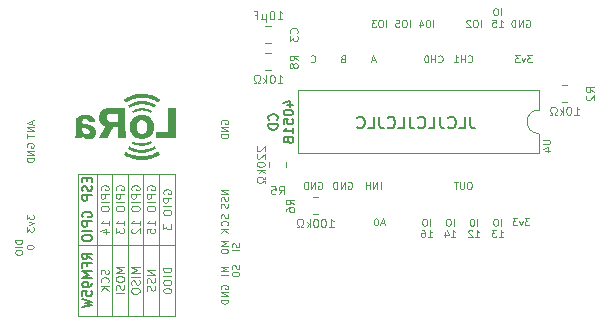
<source format=gbo>
G04 #@! TF.GenerationSoftware,KiCad,Pcbnew,(6.0.2)*
G04 #@! TF.CreationDate,2022-09-28T01:28:21+02:00*
G04 #@! TF.ProjectId,Washing-Machine-Sensor,57617368-696e-4672-9d4d-616368696e65,rev?*
G04 #@! TF.SameCoordinates,Original*
G04 #@! TF.FileFunction,Legend,Bot*
G04 #@! TF.FilePolarity,Positive*
%FSLAX46Y46*%
G04 Gerber Fmt 4.6, Leading zero omitted, Abs format (unit mm)*
G04 Created by KiCad (PCBNEW (6.0.2)) date 2022-09-28 01:28:21*
%MOMM*%
%LPD*%
G01*
G04 APERTURE LIST*
%ADD10C,0.120000*%
%ADD11C,0.150000*%
%ADD12C,0.180000*%
%ADD13C,0.100000*%
G04 APERTURE END LIST*
D10*
X161600000Y-106100000D02*
X162900000Y-106100000D01*
X162900000Y-106100000D02*
X162900000Y-112100000D01*
X162900000Y-112100000D02*
X161600000Y-112100000D01*
X161600000Y-112100000D02*
X161600000Y-106100000D01*
X158700000Y-106100000D02*
X160300000Y-106100000D01*
X160300000Y-106100000D02*
X160300000Y-112100000D01*
X160300000Y-112100000D02*
X158700000Y-112100000D01*
X158700000Y-112100000D02*
X158700000Y-106100000D01*
X162900000Y-106100000D02*
X164200000Y-106100000D01*
X164200000Y-106100000D02*
X164200000Y-112100000D01*
X164200000Y-112100000D02*
X162900000Y-112100000D01*
X162900000Y-112100000D02*
X162900000Y-106100000D01*
X158700000Y-112100000D02*
X160300000Y-112100000D01*
X160300000Y-112100000D02*
X160300000Y-118100000D01*
X160300000Y-118100000D02*
X158700000Y-118100000D01*
X158700000Y-118100000D02*
X158700000Y-112100000D01*
X164200000Y-112100000D02*
X165600000Y-112100000D01*
X165600000Y-112100000D02*
X165600000Y-118100000D01*
X165600000Y-118100000D02*
X164200000Y-118100000D01*
X164200000Y-118100000D02*
X164200000Y-112100000D01*
X160300000Y-112100000D02*
X161600000Y-112100000D01*
X161600000Y-112100000D02*
X161600000Y-118100000D01*
X161600000Y-118100000D02*
X160300000Y-118100000D01*
X160300000Y-118100000D02*
X160300000Y-112100000D01*
X165600000Y-106100000D02*
X166900000Y-106100000D01*
X166900000Y-106100000D02*
X166900000Y-112100000D01*
X166900000Y-112100000D02*
X165600000Y-112100000D01*
X165600000Y-112100000D02*
X165600000Y-106100000D01*
X161600000Y-112100000D02*
X162900000Y-112100000D01*
X162900000Y-112100000D02*
X162900000Y-118100000D01*
X162900000Y-118100000D02*
X161600000Y-118100000D01*
X161600000Y-118100000D02*
X161600000Y-112100000D01*
X160300000Y-106100000D02*
X161600000Y-106100000D01*
X161600000Y-106100000D02*
X161600000Y-112100000D01*
X161600000Y-112100000D02*
X160300000Y-112100000D01*
X160300000Y-112100000D02*
X160300000Y-106100000D01*
X162900000Y-112100000D02*
X164200000Y-112100000D01*
X164200000Y-112100000D02*
X164200000Y-118100000D01*
X164200000Y-118100000D02*
X162900000Y-118100000D01*
X162900000Y-118100000D02*
X162900000Y-112100000D01*
X164200000Y-106100000D02*
X165600000Y-106100000D01*
X165600000Y-106100000D02*
X165600000Y-112100000D01*
X165600000Y-112100000D02*
X164200000Y-112100000D01*
X164200000Y-112100000D02*
X164200000Y-106100000D01*
X165600000Y-112100000D02*
X166900000Y-112100000D01*
X166900000Y-112100000D02*
X166900000Y-118100000D01*
X166900000Y-118100000D02*
X165600000Y-118100000D01*
X165600000Y-118100000D02*
X165600000Y-112100000D01*
X188800000Y-93671428D02*
X188800000Y-93071428D01*
X188400000Y-93071428D02*
X188285714Y-93071428D01*
X188228571Y-93100000D01*
X188171428Y-93157142D01*
X188142857Y-93271428D01*
X188142857Y-93471428D01*
X188171428Y-93585714D01*
X188228571Y-93642857D01*
X188285714Y-93671428D01*
X188400000Y-93671428D01*
X188457142Y-93642857D01*
X188514285Y-93585714D01*
X188542857Y-93471428D01*
X188542857Y-93271428D01*
X188514285Y-93157142D01*
X188457142Y-93100000D01*
X188400000Y-93071428D01*
X187628571Y-93271428D02*
X187628571Y-93671428D01*
X187771428Y-93042857D02*
X187914285Y-93471428D01*
X187542857Y-93471428D01*
X164550000Y-107466666D02*
X164516666Y-107400000D01*
X164516666Y-107300000D01*
X164550000Y-107200000D01*
X164616666Y-107133333D01*
X164683333Y-107100000D01*
X164816666Y-107066666D01*
X164916666Y-107066666D01*
X165050000Y-107100000D01*
X165116666Y-107133333D01*
X165183333Y-107200000D01*
X165216666Y-107300000D01*
X165216666Y-107366666D01*
X165183333Y-107466666D01*
X165150000Y-107500000D01*
X164916666Y-107500000D01*
X164916666Y-107366666D01*
X165216666Y-107800000D02*
X164516666Y-107800000D01*
X164516666Y-108066666D01*
X164550000Y-108133333D01*
X164583333Y-108166666D01*
X164650000Y-108200000D01*
X164750000Y-108200000D01*
X164816666Y-108166666D01*
X164850000Y-108133333D01*
X164883333Y-108066666D01*
X164883333Y-107800000D01*
X165216666Y-108500000D02*
X164516666Y-108500000D01*
X164516666Y-108966666D02*
X164516666Y-109100000D01*
X164550000Y-109166666D01*
X164616666Y-109233333D01*
X164750000Y-109266666D01*
X164983333Y-109266666D01*
X165116666Y-109233333D01*
X165183333Y-109166666D01*
X165216666Y-109100000D01*
X165216666Y-108966666D01*
X165183333Y-108900000D01*
X165116666Y-108833333D01*
X164983333Y-108800000D01*
X164750000Y-108800000D01*
X164616666Y-108833333D01*
X164550000Y-108900000D01*
X164516666Y-108966666D01*
X165216666Y-110466666D02*
X165216666Y-110066666D01*
X165216666Y-110266666D02*
X164516666Y-110266666D01*
X164616666Y-110200000D01*
X164683333Y-110133333D01*
X164716666Y-110066666D01*
X164516666Y-111100000D02*
X164516666Y-110766666D01*
X164850000Y-110733333D01*
X164816666Y-110766666D01*
X164783333Y-110833333D01*
X164783333Y-111000000D01*
X164816666Y-111066666D01*
X164850000Y-111100000D01*
X164916666Y-111133333D01*
X165083333Y-111133333D01*
X165150000Y-111100000D01*
X165183333Y-111066666D01*
X165216666Y-111000000D01*
X165216666Y-110833333D01*
X165183333Y-110766666D01*
X165150000Y-110733333D01*
X184628571Y-110300000D02*
X184342857Y-110300000D01*
X184685714Y-110471428D02*
X184485714Y-109871428D01*
X184285714Y-110471428D01*
X183971428Y-109871428D02*
X183914285Y-109871428D01*
X183857142Y-109900000D01*
X183828571Y-109928571D01*
X183800000Y-109985714D01*
X183771428Y-110100000D01*
X183771428Y-110242857D01*
X183800000Y-110357142D01*
X183828571Y-110414285D01*
X183857142Y-110442857D01*
X183914285Y-110471428D01*
X183971428Y-110471428D01*
X184028571Y-110442857D01*
X184057142Y-110414285D01*
X184085714Y-110357142D01*
X184114285Y-110242857D01*
X184114285Y-110100000D01*
X184085714Y-109985714D01*
X184057142Y-109928571D01*
X184028571Y-109900000D01*
X183971428Y-109871428D01*
X192514285Y-110488428D02*
X192514285Y-109888428D01*
X192114285Y-109888428D02*
X192000000Y-109888428D01*
X191942857Y-109917000D01*
X191885714Y-109974142D01*
X191857142Y-110088428D01*
X191857142Y-110288428D01*
X191885714Y-110402714D01*
X191942857Y-110459857D01*
X192000000Y-110488428D01*
X192114285Y-110488428D01*
X192171428Y-110459857D01*
X192228571Y-110402714D01*
X192257142Y-110288428D01*
X192257142Y-110088428D01*
X192228571Y-109974142D01*
X192171428Y-109917000D01*
X192114285Y-109888428D01*
X192314285Y-111454428D02*
X192657142Y-111454428D01*
X192485714Y-111454428D02*
X192485714Y-110854428D01*
X192542857Y-110940142D01*
X192600000Y-110997285D01*
X192657142Y-111025857D01*
X192085714Y-110911571D02*
X192057142Y-110883000D01*
X192000000Y-110854428D01*
X191857142Y-110854428D01*
X191800000Y-110883000D01*
X191771428Y-110911571D01*
X191742857Y-110968714D01*
X191742857Y-111025857D01*
X191771428Y-111111571D01*
X192114285Y-111454428D01*
X191742857Y-111454428D01*
X161950000Y-107466666D02*
X161916666Y-107400000D01*
X161916666Y-107300000D01*
X161950000Y-107200000D01*
X162016666Y-107133333D01*
X162083333Y-107100000D01*
X162216666Y-107066666D01*
X162316666Y-107066666D01*
X162450000Y-107100000D01*
X162516666Y-107133333D01*
X162583333Y-107200000D01*
X162616666Y-107300000D01*
X162616666Y-107366666D01*
X162583333Y-107466666D01*
X162550000Y-107500000D01*
X162316666Y-107500000D01*
X162316666Y-107366666D01*
X162616666Y-107800000D02*
X161916666Y-107800000D01*
X161916666Y-108066666D01*
X161950000Y-108133333D01*
X161983333Y-108166666D01*
X162050000Y-108200000D01*
X162150000Y-108200000D01*
X162216666Y-108166666D01*
X162250000Y-108133333D01*
X162283333Y-108066666D01*
X162283333Y-107800000D01*
X162616666Y-108500000D02*
X161916666Y-108500000D01*
X161916666Y-108966666D02*
X161916666Y-109100000D01*
X161950000Y-109166666D01*
X162016666Y-109233333D01*
X162150000Y-109266666D01*
X162383333Y-109266666D01*
X162516666Y-109233333D01*
X162583333Y-109166666D01*
X162616666Y-109100000D01*
X162616666Y-108966666D01*
X162583333Y-108900000D01*
X162516666Y-108833333D01*
X162383333Y-108800000D01*
X162150000Y-108800000D01*
X162016666Y-108833333D01*
X161950000Y-108900000D01*
X161916666Y-108966666D01*
X162616666Y-110466666D02*
X162616666Y-110066666D01*
X162616666Y-110266666D02*
X161916666Y-110266666D01*
X162016666Y-110200000D01*
X162083333Y-110133333D01*
X162116666Y-110066666D01*
X161916666Y-110700000D02*
X161916666Y-111133333D01*
X162183333Y-110900000D01*
X162183333Y-111000000D01*
X162216666Y-111066666D01*
X162250000Y-111100000D01*
X162316666Y-111133333D01*
X162483333Y-111133333D01*
X162550000Y-111100000D01*
X162583333Y-111066666D01*
X162616666Y-111000000D01*
X162616666Y-110800000D01*
X162583333Y-110733333D01*
X162550000Y-110700000D01*
X178414285Y-96614285D02*
X178442857Y-96642857D01*
X178528571Y-96671428D01*
X178585714Y-96671428D01*
X178671428Y-96642857D01*
X178728571Y-96585714D01*
X178757142Y-96528571D01*
X178785714Y-96414285D01*
X178785714Y-96328571D01*
X178757142Y-96214285D01*
X178728571Y-96157142D01*
X178671428Y-96100000D01*
X178585714Y-96071428D01*
X178528571Y-96071428D01*
X178442857Y-96100000D01*
X178414285Y-96128571D01*
X186800000Y-93671428D02*
X186800000Y-93071428D01*
X186400000Y-93071428D02*
X186285714Y-93071428D01*
X186228571Y-93100000D01*
X186171428Y-93157142D01*
X186142857Y-93271428D01*
X186142857Y-93471428D01*
X186171428Y-93585714D01*
X186228571Y-93642857D01*
X186285714Y-93671428D01*
X186400000Y-93671428D01*
X186457142Y-93642857D01*
X186514285Y-93585714D01*
X186542857Y-93471428D01*
X186542857Y-93271428D01*
X186514285Y-93157142D01*
X186457142Y-93100000D01*
X186400000Y-93071428D01*
X185600000Y-93071428D02*
X185885714Y-93071428D01*
X185914285Y-93357142D01*
X185885714Y-93328571D01*
X185828571Y-93300000D01*
X185685714Y-93300000D01*
X185628571Y-93328571D01*
X185600000Y-93357142D01*
X185571428Y-93414285D01*
X185571428Y-93557142D01*
X185600000Y-93614285D01*
X185628571Y-93642857D01*
X185685714Y-93671428D01*
X185828571Y-93671428D01*
X185885714Y-93642857D01*
X185914285Y-93614285D01*
X196657142Y-93100000D02*
X196714285Y-93071428D01*
X196800000Y-93071428D01*
X196885714Y-93100000D01*
X196942857Y-93157142D01*
X196971428Y-93214285D01*
X197000000Y-93328571D01*
X197000000Y-93414285D01*
X196971428Y-93528571D01*
X196942857Y-93585714D01*
X196885714Y-93642857D01*
X196800000Y-93671428D01*
X196742857Y-93671428D01*
X196657142Y-93642857D01*
X196628571Y-93614285D01*
X196628571Y-93414285D01*
X196742857Y-93414285D01*
X196371428Y-93671428D02*
X196371428Y-93071428D01*
X196028571Y-93671428D01*
X196028571Y-93071428D01*
X195742857Y-93671428D02*
X195742857Y-93071428D01*
X195600000Y-93071428D01*
X195514285Y-93100000D01*
X195457142Y-93157142D01*
X195428571Y-93214285D01*
X195400000Y-93328571D01*
X195400000Y-93414285D01*
X195428571Y-93528571D01*
X195457142Y-93585714D01*
X195514285Y-93642857D01*
X195600000Y-93671428D01*
X195742857Y-93671428D01*
X162616666Y-114000000D02*
X161916666Y-114000000D01*
X162416666Y-114233333D01*
X161916666Y-114466666D01*
X162616666Y-114466666D01*
X161916666Y-114933333D02*
X161916666Y-115066666D01*
X161950000Y-115133333D01*
X162016666Y-115200000D01*
X162150000Y-115233333D01*
X162383333Y-115233333D01*
X162516666Y-115200000D01*
X162583333Y-115133333D01*
X162616666Y-115066666D01*
X162616666Y-114933333D01*
X162583333Y-114866666D01*
X162516666Y-114800000D01*
X162383333Y-114766666D01*
X162150000Y-114766666D01*
X162016666Y-114800000D01*
X161950000Y-114866666D01*
X161916666Y-114933333D01*
X162583333Y-115500000D02*
X162616666Y-115600000D01*
X162616666Y-115766666D01*
X162583333Y-115833333D01*
X162550000Y-115866666D01*
X162483333Y-115900000D01*
X162416666Y-115900000D01*
X162350000Y-115866666D01*
X162316666Y-115833333D01*
X162283333Y-115766666D01*
X162250000Y-115633333D01*
X162216666Y-115566666D01*
X162183333Y-115533333D01*
X162116666Y-115500000D01*
X162050000Y-115500000D01*
X161983333Y-115533333D01*
X161950000Y-115566666D01*
X161916666Y-115633333D01*
X161916666Y-115800000D01*
X161950000Y-115900000D01*
X162616666Y-116200000D02*
X161916666Y-116200000D01*
X171367857Y-109528571D02*
X171396428Y-109614285D01*
X171396428Y-109757142D01*
X171367857Y-109814285D01*
X171339285Y-109842857D01*
X171282142Y-109871428D01*
X171225000Y-109871428D01*
X171167857Y-109842857D01*
X171139285Y-109814285D01*
X171110714Y-109757142D01*
X171082142Y-109642857D01*
X171053571Y-109585714D01*
X171025000Y-109557142D01*
X170967857Y-109528571D01*
X170910714Y-109528571D01*
X170853571Y-109557142D01*
X170825000Y-109585714D01*
X170796428Y-109642857D01*
X170796428Y-109785714D01*
X170825000Y-109871428D01*
X171339285Y-110471428D02*
X171367857Y-110442857D01*
X171396428Y-110357142D01*
X171396428Y-110300000D01*
X171367857Y-110214285D01*
X171310714Y-110157142D01*
X171253571Y-110128571D01*
X171139285Y-110100000D01*
X171053571Y-110100000D01*
X170939285Y-110128571D01*
X170882142Y-110157142D01*
X170825000Y-110214285D01*
X170796428Y-110300000D01*
X170796428Y-110357142D01*
X170825000Y-110442857D01*
X170853571Y-110471428D01*
X171396428Y-110728571D02*
X170796428Y-110728571D01*
X171396428Y-111071428D02*
X171053571Y-110814285D01*
X170796428Y-111071428D02*
X171139285Y-110728571D01*
X165950000Y-107800000D02*
X165916666Y-107733333D01*
X165916666Y-107633333D01*
X165950000Y-107533333D01*
X166016666Y-107466666D01*
X166083333Y-107433333D01*
X166216666Y-107400000D01*
X166316666Y-107400000D01*
X166450000Y-107433333D01*
X166516666Y-107466666D01*
X166583333Y-107533333D01*
X166616666Y-107633333D01*
X166616666Y-107700000D01*
X166583333Y-107800000D01*
X166550000Y-107833333D01*
X166316666Y-107833333D01*
X166316666Y-107700000D01*
X166616666Y-108133333D02*
X165916666Y-108133333D01*
X165916666Y-108400000D01*
X165950000Y-108466666D01*
X165983333Y-108500000D01*
X166050000Y-108533333D01*
X166150000Y-108533333D01*
X166216666Y-108500000D01*
X166250000Y-108466666D01*
X166283333Y-108400000D01*
X166283333Y-108133333D01*
X166616666Y-108833333D02*
X165916666Y-108833333D01*
X165916666Y-109300000D02*
X165916666Y-109433333D01*
X165950000Y-109500000D01*
X166016666Y-109566666D01*
X166150000Y-109600000D01*
X166383333Y-109600000D01*
X166516666Y-109566666D01*
X166583333Y-109500000D01*
X166616666Y-109433333D01*
X166616666Y-109300000D01*
X166583333Y-109233333D01*
X166516666Y-109166666D01*
X166383333Y-109133333D01*
X166150000Y-109133333D01*
X166016666Y-109166666D01*
X165950000Y-109233333D01*
X165916666Y-109300000D01*
X165916666Y-110366666D02*
X165916666Y-110800000D01*
X166183333Y-110566666D01*
X166183333Y-110666666D01*
X166216666Y-110733333D01*
X166250000Y-110766666D01*
X166316666Y-110800000D01*
X166483333Y-110800000D01*
X166550000Y-110766666D01*
X166583333Y-110733333D01*
X166616666Y-110666666D01*
X166616666Y-110466666D01*
X166583333Y-110400000D01*
X166550000Y-110366666D01*
D11*
X159442857Y-106433333D02*
X159442857Y-106700000D01*
X159861904Y-106814285D02*
X159861904Y-106433333D01*
X159061904Y-106433333D01*
X159061904Y-106814285D01*
X159823809Y-107119047D02*
X159861904Y-107233333D01*
X159861904Y-107423809D01*
X159823809Y-107500000D01*
X159785714Y-107538095D01*
X159709523Y-107576190D01*
X159633333Y-107576190D01*
X159557142Y-107538095D01*
X159519047Y-107500000D01*
X159480952Y-107423809D01*
X159442857Y-107271428D01*
X159404761Y-107195238D01*
X159366666Y-107157142D01*
X159290476Y-107119047D01*
X159214285Y-107119047D01*
X159138095Y-107157142D01*
X159100000Y-107195238D01*
X159061904Y-107271428D01*
X159061904Y-107461904D01*
X159100000Y-107576190D01*
X159861904Y-107919047D02*
X159061904Y-107919047D01*
X159061904Y-108223809D01*
X159100000Y-108300000D01*
X159138095Y-108338095D01*
X159214285Y-108376190D01*
X159328571Y-108376190D01*
X159404761Y-108338095D01*
X159442857Y-108300000D01*
X159480952Y-108223809D01*
X159480952Y-107919047D01*
X159100000Y-109747619D02*
X159061904Y-109671428D01*
X159061904Y-109557142D01*
X159100000Y-109442857D01*
X159176190Y-109366666D01*
X159252380Y-109328571D01*
X159404761Y-109290476D01*
X159519047Y-109290476D01*
X159671428Y-109328571D01*
X159747619Y-109366666D01*
X159823809Y-109442857D01*
X159861904Y-109557142D01*
X159861904Y-109633333D01*
X159823809Y-109747619D01*
X159785714Y-109785714D01*
X159519047Y-109785714D01*
X159519047Y-109633333D01*
X159861904Y-110128571D02*
X159061904Y-110128571D01*
X159061904Y-110433333D01*
X159100000Y-110509523D01*
X159138095Y-110547619D01*
X159214285Y-110585714D01*
X159328571Y-110585714D01*
X159404761Y-110547619D01*
X159442857Y-110509523D01*
X159480952Y-110433333D01*
X159480952Y-110128571D01*
X159861904Y-110928571D02*
X159061904Y-110928571D01*
X159061904Y-111461904D02*
X159061904Y-111614285D01*
X159100000Y-111690476D01*
X159176190Y-111766666D01*
X159328571Y-111804761D01*
X159595238Y-111804761D01*
X159747619Y-111766666D01*
X159823809Y-111690476D01*
X159861904Y-111614285D01*
X159861904Y-111461904D01*
X159823809Y-111385714D01*
X159747619Y-111309523D01*
X159595238Y-111271428D01*
X159328571Y-111271428D01*
X159176190Y-111309523D01*
X159100000Y-111385714D01*
X159061904Y-111461904D01*
D10*
X184800000Y-93671428D02*
X184800000Y-93071428D01*
X184400000Y-93071428D02*
X184285714Y-93071428D01*
X184228571Y-93100000D01*
X184171428Y-93157142D01*
X184142857Y-93271428D01*
X184142857Y-93471428D01*
X184171428Y-93585714D01*
X184228571Y-93642857D01*
X184285714Y-93671428D01*
X184400000Y-93671428D01*
X184457142Y-93642857D01*
X184514285Y-93585714D01*
X184542857Y-93471428D01*
X184542857Y-93271428D01*
X184514285Y-93157142D01*
X184457142Y-93100000D01*
X184400000Y-93071428D01*
X183942857Y-93071428D02*
X183571428Y-93071428D01*
X183771428Y-93300000D01*
X183685714Y-93300000D01*
X183628571Y-93328571D01*
X183600000Y-93357142D01*
X183571428Y-93414285D01*
X183571428Y-93557142D01*
X183600000Y-93614285D01*
X183628571Y-93642857D01*
X183685714Y-93671428D01*
X183857142Y-93671428D01*
X183914285Y-93642857D01*
X183942857Y-93614285D01*
X194514285Y-92688428D02*
X194514285Y-92088428D01*
X194114285Y-92088428D02*
X194000000Y-92088428D01*
X193942857Y-92117000D01*
X193885714Y-92174142D01*
X193857142Y-92288428D01*
X193857142Y-92488428D01*
X193885714Y-92602714D01*
X193942857Y-92659857D01*
X194000000Y-92688428D01*
X194114285Y-92688428D01*
X194171428Y-92659857D01*
X194228571Y-92602714D01*
X194257142Y-92488428D01*
X194257142Y-92288428D01*
X194228571Y-92174142D01*
X194171428Y-92117000D01*
X194114285Y-92088428D01*
X194314285Y-93654428D02*
X194657142Y-93654428D01*
X194485714Y-93654428D02*
X194485714Y-93054428D01*
X194542857Y-93140142D01*
X194600000Y-93197285D01*
X194657142Y-93225857D01*
X193771428Y-93054428D02*
X194057142Y-93054428D01*
X194085714Y-93340142D01*
X194057142Y-93311571D01*
X194000000Y-93283000D01*
X193857142Y-93283000D01*
X193800000Y-93311571D01*
X193771428Y-93340142D01*
X193742857Y-93397285D01*
X193742857Y-93540142D01*
X193771428Y-93597285D01*
X193800000Y-93625857D01*
X193857142Y-93654428D01*
X194000000Y-93654428D01*
X194057142Y-93625857D01*
X194085714Y-93597285D01*
X170825000Y-115842857D02*
X170796428Y-115785714D01*
X170796428Y-115700000D01*
X170825000Y-115614285D01*
X170882142Y-115557142D01*
X170939285Y-115528571D01*
X171053571Y-115500000D01*
X171139285Y-115500000D01*
X171253571Y-115528571D01*
X171310714Y-115557142D01*
X171367857Y-115614285D01*
X171396428Y-115700000D01*
X171396428Y-115757142D01*
X171367857Y-115842857D01*
X171339285Y-115871428D01*
X171139285Y-115871428D01*
X171139285Y-115757142D01*
X171396428Y-116128571D02*
X170796428Y-116128571D01*
X171396428Y-116471428D01*
X170796428Y-116471428D01*
X171396428Y-116757142D02*
X170796428Y-116757142D01*
X170796428Y-116900000D01*
X170825000Y-116985714D01*
X170882142Y-117042857D01*
X170939285Y-117071428D01*
X171053571Y-117100000D01*
X171139285Y-117100000D01*
X171253571Y-117071428D01*
X171310714Y-117042857D01*
X171367857Y-116985714D01*
X171396428Y-116900000D01*
X171396428Y-116757142D01*
X192800000Y-93671428D02*
X192800000Y-93071428D01*
X192400000Y-93071428D02*
X192285714Y-93071428D01*
X192228571Y-93100000D01*
X192171428Y-93157142D01*
X192142857Y-93271428D01*
X192142857Y-93471428D01*
X192171428Y-93585714D01*
X192228571Y-93642857D01*
X192285714Y-93671428D01*
X192400000Y-93671428D01*
X192457142Y-93642857D01*
X192514285Y-93585714D01*
X192542857Y-93471428D01*
X192542857Y-93271428D01*
X192514285Y-93157142D01*
X192457142Y-93100000D01*
X192400000Y-93071428D01*
X191914285Y-93128571D02*
X191885714Y-93100000D01*
X191828571Y-93071428D01*
X191685714Y-93071428D01*
X191628571Y-93100000D01*
X191600000Y-93128571D01*
X191571428Y-93185714D01*
X191571428Y-93242857D01*
X191600000Y-93328571D01*
X191942857Y-93671428D01*
X191571428Y-93671428D01*
X191714285Y-96614285D02*
X191742857Y-96642857D01*
X191828571Y-96671428D01*
X191885714Y-96671428D01*
X191971428Y-96642857D01*
X192028571Y-96585714D01*
X192057142Y-96528571D01*
X192085714Y-96414285D01*
X192085714Y-96328571D01*
X192057142Y-96214285D01*
X192028571Y-96157142D01*
X191971428Y-96100000D01*
X191885714Y-96071428D01*
X191828571Y-96071428D01*
X191742857Y-96100000D01*
X191714285Y-96128571D01*
X191457142Y-96671428D02*
X191457142Y-96071428D01*
X191457142Y-96357142D02*
X191114285Y-96357142D01*
X191114285Y-96671428D02*
X191114285Y-96071428D01*
X190514285Y-96671428D02*
X190857142Y-96671428D01*
X190685714Y-96671428D02*
X190685714Y-96071428D01*
X190742857Y-96157142D01*
X190800000Y-96214285D01*
X190857142Y-96242857D01*
X154375000Y-103842857D02*
X154346428Y-103785714D01*
X154346428Y-103700000D01*
X154375000Y-103614285D01*
X154432142Y-103557142D01*
X154489285Y-103528571D01*
X154603571Y-103500000D01*
X154689285Y-103500000D01*
X154803571Y-103528571D01*
X154860714Y-103557142D01*
X154917857Y-103614285D01*
X154946428Y-103700000D01*
X154946428Y-103757142D01*
X154917857Y-103842857D01*
X154889285Y-103871428D01*
X154689285Y-103871428D01*
X154689285Y-103757142D01*
X154946428Y-104128571D02*
X154346428Y-104128571D01*
X154946428Y-104471428D01*
X154346428Y-104471428D01*
X154946428Y-104757142D02*
X154346428Y-104757142D01*
X154346428Y-104900000D01*
X154375000Y-104985714D01*
X154432142Y-105042857D01*
X154489285Y-105071428D01*
X154603571Y-105100000D01*
X154689285Y-105100000D01*
X154803571Y-105071428D01*
X154860714Y-105042857D01*
X154917857Y-104985714D01*
X154946428Y-104900000D01*
X154946428Y-104757142D01*
X171388428Y-113957142D02*
X170788428Y-113957142D01*
X171217000Y-114157142D01*
X170788428Y-114357142D01*
X171388428Y-114357142D01*
X171388428Y-114642857D02*
X170788428Y-114642857D01*
X172325857Y-113814285D02*
X172354428Y-113900000D01*
X172354428Y-114042857D01*
X172325857Y-114100000D01*
X172297285Y-114128571D01*
X172240142Y-114157142D01*
X172183000Y-114157142D01*
X172125857Y-114128571D01*
X172097285Y-114100000D01*
X172068714Y-114042857D01*
X172040142Y-113928571D01*
X172011571Y-113871428D01*
X171983000Y-113842857D01*
X171925857Y-113814285D01*
X171868714Y-113814285D01*
X171811571Y-113842857D01*
X171783000Y-113871428D01*
X171754428Y-113928571D01*
X171754428Y-114071428D01*
X171783000Y-114157142D01*
X171754428Y-114528571D02*
X171754428Y-114642857D01*
X171783000Y-114700000D01*
X171840142Y-114757142D01*
X171954428Y-114785714D01*
X172154428Y-114785714D01*
X172268714Y-114757142D01*
X172325857Y-114700000D01*
X172354428Y-114642857D01*
X172354428Y-114528571D01*
X172325857Y-114471428D01*
X172268714Y-114414285D01*
X172154428Y-114385714D01*
X171954428Y-114385714D01*
X171840142Y-114414285D01*
X171783000Y-114471428D01*
X171754428Y-114528571D01*
X190514285Y-110488428D02*
X190514285Y-109888428D01*
X190114285Y-109888428D02*
X190000000Y-109888428D01*
X189942857Y-109917000D01*
X189885714Y-109974142D01*
X189857142Y-110088428D01*
X189857142Y-110288428D01*
X189885714Y-110402714D01*
X189942857Y-110459857D01*
X190000000Y-110488428D01*
X190114285Y-110488428D01*
X190171428Y-110459857D01*
X190228571Y-110402714D01*
X190257142Y-110288428D01*
X190257142Y-110088428D01*
X190228571Y-109974142D01*
X190171428Y-109917000D01*
X190114285Y-109888428D01*
X190314285Y-111454428D02*
X190657142Y-111454428D01*
X190485714Y-111454428D02*
X190485714Y-110854428D01*
X190542857Y-110940142D01*
X190600000Y-110997285D01*
X190657142Y-111025857D01*
X189800000Y-111054428D02*
X189800000Y-111454428D01*
X189942857Y-110825857D02*
X190085714Y-111254428D01*
X189714285Y-111254428D01*
X163916666Y-114000000D02*
X163216666Y-114000000D01*
X163716666Y-114233333D01*
X163216666Y-114466666D01*
X163916666Y-114466666D01*
X163916666Y-114800000D02*
X163216666Y-114800000D01*
X163883333Y-115100000D02*
X163916666Y-115200000D01*
X163916666Y-115366666D01*
X163883333Y-115433333D01*
X163850000Y-115466666D01*
X163783333Y-115500000D01*
X163716666Y-115500000D01*
X163650000Y-115466666D01*
X163616666Y-115433333D01*
X163583333Y-115366666D01*
X163550000Y-115233333D01*
X163516666Y-115166666D01*
X163483333Y-115133333D01*
X163416666Y-115100000D01*
X163350000Y-115100000D01*
X163283333Y-115133333D01*
X163250000Y-115166666D01*
X163216666Y-115233333D01*
X163216666Y-115400000D01*
X163250000Y-115500000D01*
X163216666Y-115933333D02*
X163216666Y-116066666D01*
X163250000Y-116133333D01*
X163316666Y-116200000D01*
X163450000Y-116233333D01*
X163683333Y-116233333D01*
X163816666Y-116200000D01*
X163883333Y-116133333D01*
X163916666Y-116066666D01*
X163916666Y-115933333D01*
X163883333Y-115866666D01*
X163816666Y-115800000D01*
X163683333Y-115766666D01*
X163450000Y-115766666D01*
X163316666Y-115800000D01*
X163250000Y-115866666D01*
X163216666Y-115933333D01*
X181557142Y-106800000D02*
X181614285Y-106771428D01*
X181700000Y-106771428D01*
X181785714Y-106800000D01*
X181842857Y-106857142D01*
X181871428Y-106914285D01*
X181900000Y-107028571D01*
X181900000Y-107114285D01*
X181871428Y-107228571D01*
X181842857Y-107285714D01*
X181785714Y-107342857D01*
X181700000Y-107371428D01*
X181642857Y-107371428D01*
X181557142Y-107342857D01*
X181528571Y-107314285D01*
X181528571Y-107114285D01*
X181642857Y-107114285D01*
X181271428Y-107371428D02*
X181271428Y-106771428D01*
X180928571Y-107371428D01*
X180928571Y-106771428D01*
X180642857Y-107371428D02*
X180642857Y-106771428D01*
X180500000Y-106771428D01*
X180414285Y-106800000D01*
X180357142Y-106857142D01*
X180328571Y-106914285D01*
X180300000Y-107028571D01*
X180300000Y-107114285D01*
X180328571Y-107228571D01*
X180357142Y-107285714D01*
X180414285Y-107342857D01*
X180500000Y-107371428D01*
X180642857Y-107371428D01*
X194514285Y-110488428D02*
X194514285Y-109888428D01*
X194114285Y-109888428D02*
X194000000Y-109888428D01*
X193942857Y-109917000D01*
X193885714Y-109974142D01*
X193857142Y-110088428D01*
X193857142Y-110288428D01*
X193885714Y-110402714D01*
X193942857Y-110459857D01*
X194000000Y-110488428D01*
X194114285Y-110488428D01*
X194171428Y-110459857D01*
X194228571Y-110402714D01*
X194257142Y-110288428D01*
X194257142Y-110088428D01*
X194228571Y-109974142D01*
X194171428Y-109917000D01*
X194114285Y-109888428D01*
X194314285Y-111454428D02*
X194657142Y-111454428D01*
X194485714Y-111454428D02*
X194485714Y-110854428D01*
X194542857Y-110940142D01*
X194600000Y-110997285D01*
X194657142Y-111025857D01*
X194114285Y-110854428D02*
X193742857Y-110854428D01*
X193942857Y-111083000D01*
X193857142Y-111083000D01*
X193800000Y-111111571D01*
X193771428Y-111140142D01*
X193742857Y-111197285D01*
X193742857Y-111340142D01*
X193771428Y-111397285D01*
X193800000Y-111425857D01*
X193857142Y-111454428D01*
X194028571Y-111454428D01*
X194085714Y-111425857D01*
X194114285Y-111397285D01*
X171388428Y-111785714D02*
X170788428Y-111785714D01*
X171217000Y-111985714D01*
X170788428Y-112185714D01*
X171388428Y-112185714D01*
X170788428Y-112585714D02*
X170788428Y-112700000D01*
X170817000Y-112757142D01*
X170874142Y-112814285D01*
X170988428Y-112842857D01*
X171188428Y-112842857D01*
X171302714Y-112814285D01*
X171359857Y-112757142D01*
X171388428Y-112700000D01*
X171388428Y-112585714D01*
X171359857Y-112528571D01*
X171302714Y-112471428D01*
X171188428Y-112442857D01*
X170988428Y-112442857D01*
X170874142Y-112471428D01*
X170817000Y-112528571D01*
X170788428Y-112585714D01*
X172325857Y-111985714D02*
X172354428Y-112071428D01*
X172354428Y-112214285D01*
X172325857Y-112271428D01*
X172297285Y-112300000D01*
X172240142Y-112328571D01*
X172183000Y-112328571D01*
X172125857Y-112300000D01*
X172097285Y-112271428D01*
X172068714Y-112214285D01*
X172040142Y-112100000D01*
X172011571Y-112042857D01*
X171983000Y-112014285D01*
X171925857Y-111985714D01*
X171868714Y-111985714D01*
X171811571Y-112014285D01*
X171783000Y-112042857D01*
X171754428Y-112100000D01*
X171754428Y-112242857D01*
X171783000Y-112328571D01*
X172354428Y-112585714D02*
X171754428Y-112585714D01*
X160650000Y-107466666D02*
X160616666Y-107400000D01*
X160616666Y-107300000D01*
X160650000Y-107200000D01*
X160716666Y-107133333D01*
X160783333Y-107100000D01*
X160916666Y-107066666D01*
X161016666Y-107066666D01*
X161150000Y-107100000D01*
X161216666Y-107133333D01*
X161283333Y-107200000D01*
X161316666Y-107300000D01*
X161316666Y-107366666D01*
X161283333Y-107466666D01*
X161250000Y-107500000D01*
X161016666Y-107500000D01*
X161016666Y-107366666D01*
X161316666Y-107800000D02*
X160616666Y-107800000D01*
X160616666Y-108066666D01*
X160650000Y-108133333D01*
X160683333Y-108166666D01*
X160750000Y-108200000D01*
X160850000Y-108200000D01*
X160916666Y-108166666D01*
X160950000Y-108133333D01*
X160983333Y-108066666D01*
X160983333Y-107800000D01*
X161316666Y-108500000D02*
X160616666Y-108500000D01*
X160616666Y-108966666D02*
X160616666Y-109100000D01*
X160650000Y-109166666D01*
X160716666Y-109233333D01*
X160850000Y-109266666D01*
X161083333Y-109266666D01*
X161216666Y-109233333D01*
X161283333Y-109166666D01*
X161316666Y-109100000D01*
X161316666Y-108966666D01*
X161283333Y-108900000D01*
X161216666Y-108833333D01*
X161083333Y-108800000D01*
X160850000Y-108800000D01*
X160716666Y-108833333D01*
X160650000Y-108900000D01*
X160616666Y-108966666D01*
X161316666Y-110466666D02*
X161316666Y-110066666D01*
X161316666Y-110266666D02*
X160616666Y-110266666D01*
X160716666Y-110200000D01*
X160783333Y-110133333D01*
X160816666Y-110066666D01*
X160850000Y-111066666D02*
X161316666Y-111066666D01*
X160583333Y-110900000D02*
X161083333Y-110733333D01*
X161083333Y-111166666D01*
X196914285Y-109871428D02*
X196542857Y-109871428D01*
X196742857Y-110100000D01*
X196657142Y-110100000D01*
X196600000Y-110128571D01*
X196571428Y-110157142D01*
X196542857Y-110214285D01*
X196542857Y-110357142D01*
X196571428Y-110414285D01*
X196600000Y-110442857D01*
X196657142Y-110471428D01*
X196828571Y-110471428D01*
X196885714Y-110442857D01*
X196914285Y-110414285D01*
X196342857Y-110071428D02*
X196200000Y-110471428D01*
X196057142Y-110071428D01*
X195885714Y-109871428D02*
X195514285Y-109871428D01*
X195714285Y-110100000D01*
X195628571Y-110100000D01*
X195571428Y-110128571D01*
X195542857Y-110157142D01*
X195514285Y-110214285D01*
X195514285Y-110357142D01*
X195542857Y-110414285D01*
X195571428Y-110442857D01*
X195628571Y-110471428D01*
X195800000Y-110471428D01*
X195857142Y-110442857D01*
X195885714Y-110414285D01*
X163250000Y-107466666D02*
X163216666Y-107400000D01*
X163216666Y-107300000D01*
X163250000Y-107200000D01*
X163316666Y-107133333D01*
X163383333Y-107100000D01*
X163516666Y-107066666D01*
X163616666Y-107066666D01*
X163750000Y-107100000D01*
X163816666Y-107133333D01*
X163883333Y-107200000D01*
X163916666Y-107300000D01*
X163916666Y-107366666D01*
X163883333Y-107466666D01*
X163850000Y-107500000D01*
X163616666Y-107500000D01*
X163616666Y-107366666D01*
X163916666Y-107800000D02*
X163216666Y-107800000D01*
X163216666Y-108066666D01*
X163250000Y-108133333D01*
X163283333Y-108166666D01*
X163350000Y-108200000D01*
X163450000Y-108200000D01*
X163516666Y-108166666D01*
X163550000Y-108133333D01*
X163583333Y-108066666D01*
X163583333Y-107800000D01*
X163916666Y-108500000D02*
X163216666Y-108500000D01*
X163216666Y-108966666D02*
X163216666Y-109100000D01*
X163250000Y-109166666D01*
X163316666Y-109233333D01*
X163450000Y-109266666D01*
X163683333Y-109266666D01*
X163816666Y-109233333D01*
X163883333Y-109166666D01*
X163916666Y-109100000D01*
X163916666Y-108966666D01*
X163883333Y-108900000D01*
X163816666Y-108833333D01*
X163683333Y-108800000D01*
X163450000Y-108800000D01*
X163316666Y-108833333D01*
X163250000Y-108900000D01*
X163216666Y-108966666D01*
X163916666Y-110466666D02*
X163916666Y-110066666D01*
X163916666Y-110266666D02*
X163216666Y-110266666D01*
X163316666Y-110200000D01*
X163383333Y-110133333D01*
X163416666Y-110066666D01*
X163283333Y-110733333D02*
X163250000Y-110766666D01*
X163216666Y-110833333D01*
X163216666Y-111000000D01*
X163250000Y-111066666D01*
X163283333Y-111100000D01*
X163350000Y-111133333D01*
X163416666Y-111133333D01*
X163516666Y-111100000D01*
X163916666Y-110700000D01*
X163916666Y-111133333D01*
X166616666Y-114050000D02*
X165916666Y-114050000D01*
X165916666Y-114216666D01*
X165950000Y-114316666D01*
X166016666Y-114383333D01*
X166083333Y-114416666D01*
X166216666Y-114450000D01*
X166316666Y-114450000D01*
X166450000Y-114416666D01*
X166516666Y-114383333D01*
X166583333Y-114316666D01*
X166616666Y-114216666D01*
X166616666Y-114050000D01*
X166616666Y-114750000D02*
X165916666Y-114750000D01*
X165916666Y-115216666D02*
X165916666Y-115350000D01*
X165950000Y-115416666D01*
X166016666Y-115483333D01*
X166150000Y-115516666D01*
X166383333Y-115516666D01*
X166516666Y-115483333D01*
X166583333Y-115416666D01*
X166616666Y-115350000D01*
X166616666Y-115216666D01*
X166583333Y-115150000D01*
X166516666Y-115083333D01*
X166383333Y-115050000D01*
X166150000Y-115050000D01*
X166016666Y-115083333D01*
X165950000Y-115150000D01*
X165916666Y-115216666D01*
X165916666Y-115950000D02*
X165916666Y-116016666D01*
X165950000Y-116083333D01*
X165983333Y-116116666D01*
X166050000Y-116150000D01*
X166183333Y-116183333D01*
X166350000Y-116183333D01*
X166483333Y-116150000D01*
X166550000Y-116116666D01*
X166583333Y-116083333D01*
X166616666Y-116016666D01*
X166616666Y-115950000D01*
X166583333Y-115883333D01*
X166550000Y-115850000D01*
X166483333Y-115816666D01*
X166350000Y-115783333D01*
X166183333Y-115783333D01*
X166050000Y-115816666D01*
X165983333Y-115850000D01*
X165950000Y-115883333D01*
X165916666Y-115950000D01*
X189214285Y-96614285D02*
X189242857Y-96642857D01*
X189328571Y-96671428D01*
X189385714Y-96671428D01*
X189471428Y-96642857D01*
X189528571Y-96585714D01*
X189557142Y-96528571D01*
X189585714Y-96414285D01*
X189585714Y-96328571D01*
X189557142Y-96214285D01*
X189528571Y-96157142D01*
X189471428Y-96100000D01*
X189385714Y-96071428D01*
X189328571Y-96071428D01*
X189242857Y-96100000D01*
X189214285Y-96128571D01*
X188957142Y-96671428D02*
X188957142Y-96071428D01*
X188957142Y-96357142D02*
X188614285Y-96357142D01*
X188614285Y-96671428D02*
X188614285Y-96071428D01*
X188214285Y-96071428D02*
X188157142Y-96071428D01*
X188100000Y-96100000D01*
X188071428Y-96128571D01*
X188042857Y-96185714D01*
X188014285Y-96300000D01*
X188014285Y-96442857D01*
X188042857Y-96557142D01*
X188071428Y-96614285D01*
X188100000Y-96642857D01*
X188157142Y-96671428D01*
X188214285Y-96671428D01*
X188271428Y-96642857D01*
X188300000Y-96614285D01*
X188328571Y-96557142D01*
X188357142Y-96442857D01*
X188357142Y-96300000D01*
X188328571Y-96185714D01*
X188300000Y-96128571D01*
X188271428Y-96100000D01*
X188214285Y-96071428D01*
X183842857Y-96500000D02*
X183557142Y-96500000D01*
X183900000Y-96671428D02*
X183700000Y-96071428D01*
X183500000Y-96671428D01*
X171396428Y-107457142D02*
X170796428Y-107457142D01*
X171396428Y-107800000D01*
X170796428Y-107800000D01*
X171367857Y-108057142D02*
X171396428Y-108142857D01*
X171396428Y-108285714D01*
X171367857Y-108342857D01*
X171339285Y-108371428D01*
X171282142Y-108400000D01*
X171225000Y-108400000D01*
X171167857Y-108371428D01*
X171139285Y-108342857D01*
X171110714Y-108285714D01*
X171082142Y-108171428D01*
X171053571Y-108114285D01*
X171025000Y-108085714D01*
X170967857Y-108057142D01*
X170910714Y-108057142D01*
X170853571Y-108085714D01*
X170825000Y-108114285D01*
X170796428Y-108171428D01*
X170796428Y-108314285D01*
X170825000Y-108400000D01*
X171367857Y-108628571D02*
X171396428Y-108714285D01*
X171396428Y-108857142D01*
X171367857Y-108914285D01*
X171339285Y-108942857D01*
X171282142Y-108971428D01*
X171225000Y-108971428D01*
X171167857Y-108942857D01*
X171139285Y-108914285D01*
X171110714Y-108857142D01*
X171082142Y-108742857D01*
X171053571Y-108685714D01*
X171025000Y-108657142D01*
X170967857Y-108628571D01*
X170910714Y-108628571D01*
X170853571Y-108657142D01*
X170825000Y-108685714D01*
X170796428Y-108742857D01*
X170796428Y-108885714D01*
X170825000Y-108971428D01*
X153988428Y-111685714D02*
X153388428Y-111685714D01*
X153388428Y-111828571D01*
X153417000Y-111914285D01*
X153474142Y-111971428D01*
X153531285Y-112000000D01*
X153645571Y-112028571D01*
X153731285Y-112028571D01*
X153845571Y-112000000D01*
X153902714Y-111971428D01*
X153959857Y-111914285D01*
X153988428Y-111828571D01*
X153988428Y-111685714D01*
X153988428Y-112285714D02*
X153388428Y-112285714D01*
X153388428Y-112685714D02*
X153388428Y-112800000D01*
X153417000Y-112857142D01*
X153474142Y-112914285D01*
X153588428Y-112942857D01*
X153788428Y-112942857D01*
X153902714Y-112914285D01*
X153959857Y-112857142D01*
X153988428Y-112800000D01*
X153988428Y-112685714D01*
X153959857Y-112628571D01*
X153902714Y-112571428D01*
X153788428Y-112542857D01*
X153588428Y-112542857D01*
X153474142Y-112571428D01*
X153417000Y-112628571D01*
X153388428Y-112685714D01*
X154354428Y-112271428D02*
X154354428Y-112328571D01*
X154383000Y-112385714D01*
X154411571Y-112414285D01*
X154468714Y-112442857D01*
X154583000Y-112471428D01*
X154725857Y-112471428D01*
X154840142Y-112442857D01*
X154897285Y-112414285D01*
X154925857Y-112385714D01*
X154954428Y-112328571D01*
X154954428Y-112271428D01*
X154925857Y-112214285D01*
X154897285Y-112185714D01*
X154840142Y-112157142D01*
X154725857Y-112128571D01*
X154583000Y-112128571D01*
X154468714Y-112157142D01*
X154411571Y-112185714D01*
X154383000Y-112214285D01*
X154354428Y-112271428D01*
X154775000Y-101614285D02*
X154775000Y-101900000D01*
X154946428Y-101557142D02*
X154346428Y-101757142D01*
X154946428Y-101957142D01*
X154946428Y-102157142D02*
X154346428Y-102157142D01*
X154946428Y-102500000D01*
X154346428Y-102500000D01*
X154346428Y-102700000D02*
X154346428Y-103042857D01*
X154946428Y-102871428D02*
X154346428Y-102871428D01*
X161283333Y-114200000D02*
X161316666Y-114300000D01*
X161316666Y-114466666D01*
X161283333Y-114533333D01*
X161250000Y-114566666D01*
X161183333Y-114600000D01*
X161116666Y-114600000D01*
X161050000Y-114566666D01*
X161016666Y-114533333D01*
X160983333Y-114466666D01*
X160950000Y-114333333D01*
X160916666Y-114266666D01*
X160883333Y-114233333D01*
X160816666Y-114200000D01*
X160750000Y-114200000D01*
X160683333Y-114233333D01*
X160650000Y-114266666D01*
X160616666Y-114333333D01*
X160616666Y-114500000D01*
X160650000Y-114600000D01*
X161250000Y-115300000D02*
X161283333Y-115266666D01*
X161316666Y-115166666D01*
X161316666Y-115100000D01*
X161283333Y-115000000D01*
X161216666Y-114933333D01*
X161150000Y-114900000D01*
X161016666Y-114866666D01*
X160916666Y-114866666D01*
X160783333Y-114900000D01*
X160716666Y-114933333D01*
X160650000Y-115000000D01*
X160616666Y-115100000D01*
X160616666Y-115166666D01*
X160650000Y-115266666D01*
X160683333Y-115300000D01*
X161316666Y-115600000D02*
X160616666Y-115600000D01*
X161316666Y-116000000D02*
X160916666Y-115700000D01*
X160616666Y-116000000D02*
X161016666Y-115600000D01*
D11*
X159861904Y-113328571D02*
X159480952Y-113061904D01*
X159861904Y-112871428D02*
X159061904Y-112871428D01*
X159061904Y-113176190D01*
X159100000Y-113252380D01*
X159138095Y-113290476D01*
X159214285Y-113328571D01*
X159328571Y-113328571D01*
X159404761Y-113290476D01*
X159442857Y-113252380D01*
X159480952Y-113176190D01*
X159480952Y-112871428D01*
X159442857Y-113938095D02*
X159442857Y-113671428D01*
X159861904Y-113671428D02*
X159061904Y-113671428D01*
X159061904Y-114052380D01*
X159861904Y-114357142D02*
X159061904Y-114357142D01*
X159633333Y-114623809D01*
X159061904Y-114890476D01*
X159861904Y-114890476D01*
X159861904Y-115309523D02*
X159861904Y-115461904D01*
X159823809Y-115538095D01*
X159785714Y-115576190D01*
X159671428Y-115652380D01*
X159519047Y-115690476D01*
X159214285Y-115690476D01*
X159138095Y-115652380D01*
X159100000Y-115614285D01*
X159061904Y-115538095D01*
X159061904Y-115385714D01*
X159100000Y-115309523D01*
X159138095Y-115271428D01*
X159214285Y-115233333D01*
X159404761Y-115233333D01*
X159480952Y-115271428D01*
X159519047Y-115309523D01*
X159557142Y-115385714D01*
X159557142Y-115538095D01*
X159519047Y-115614285D01*
X159480952Y-115652380D01*
X159404761Y-115690476D01*
X159061904Y-116414285D02*
X159061904Y-116033333D01*
X159442857Y-115995238D01*
X159404761Y-116033333D01*
X159366666Y-116109523D01*
X159366666Y-116300000D01*
X159404761Y-116376190D01*
X159442857Y-116414285D01*
X159519047Y-116452380D01*
X159709523Y-116452380D01*
X159785714Y-116414285D01*
X159823809Y-116376190D01*
X159861904Y-116300000D01*
X159861904Y-116109523D01*
X159823809Y-116033333D01*
X159785714Y-115995238D01*
X159061904Y-116719047D02*
X159861904Y-116909523D01*
X159290476Y-117061904D01*
X159861904Y-117214285D01*
X159061904Y-117404761D01*
D10*
X154346428Y-109585714D02*
X154346428Y-109957142D01*
X154575000Y-109757142D01*
X154575000Y-109842857D01*
X154603571Y-109900000D01*
X154632142Y-109928571D01*
X154689285Y-109957142D01*
X154832142Y-109957142D01*
X154889285Y-109928571D01*
X154917857Y-109900000D01*
X154946428Y-109842857D01*
X154946428Y-109671428D01*
X154917857Y-109614285D01*
X154889285Y-109585714D01*
X154546428Y-110157142D02*
X154946428Y-110300000D01*
X154546428Y-110442857D01*
X154346428Y-110614285D02*
X154346428Y-110985714D01*
X154575000Y-110785714D01*
X154575000Y-110871428D01*
X154603571Y-110928571D01*
X154632142Y-110957142D01*
X154689285Y-110985714D01*
X154832142Y-110985714D01*
X154889285Y-110957142D01*
X154917857Y-110928571D01*
X154946428Y-110871428D01*
X154946428Y-110700000D01*
X154917857Y-110642857D01*
X154889285Y-110614285D01*
X184328571Y-107371428D02*
X184328571Y-106771428D01*
X184042857Y-107371428D02*
X184042857Y-106771428D01*
X183700000Y-107371428D01*
X183700000Y-106771428D01*
X183414285Y-107371428D02*
X183414285Y-106771428D01*
X183414285Y-107057142D02*
X183071428Y-107057142D01*
X183071428Y-107371428D02*
X183071428Y-106771428D01*
X188514285Y-110488428D02*
X188514285Y-109888428D01*
X188114285Y-109888428D02*
X188000000Y-109888428D01*
X187942857Y-109917000D01*
X187885714Y-109974142D01*
X187857142Y-110088428D01*
X187857142Y-110288428D01*
X187885714Y-110402714D01*
X187942857Y-110459857D01*
X188000000Y-110488428D01*
X188114285Y-110488428D01*
X188171428Y-110459857D01*
X188228571Y-110402714D01*
X188257142Y-110288428D01*
X188257142Y-110088428D01*
X188228571Y-109974142D01*
X188171428Y-109917000D01*
X188114285Y-109888428D01*
X188314285Y-111454428D02*
X188657142Y-111454428D01*
X188485714Y-111454428D02*
X188485714Y-110854428D01*
X188542857Y-110940142D01*
X188600000Y-110997285D01*
X188657142Y-111025857D01*
X187800000Y-110854428D02*
X187914285Y-110854428D01*
X187971428Y-110883000D01*
X188000000Y-110911571D01*
X188057142Y-110997285D01*
X188085714Y-111111571D01*
X188085714Y-111340142D01*
X188057142Y-111397285D01*
X188028571Y-111425857D01*
X187971428Y-111454428D01*
X187857142Y-111454428D01*
X187800000Y-111425857D01*
X187771428Y-111397285D01*
X187742857Y-111340142D01*
X187742857Y-111197285D01*
X187771428Y-111140142D01*
X187800000Y-111111571D01*
X187857142Y-111083000D01*
X187971428Y-111083000D01*
X188028571Y-111111571D01*
X188057142Y-111140142D01*
X188085714Y-111197285D01*
X197114285Y-96071428D02*
X196742857Y-96071428D01*
X196942857Y-96300000D01*
X196857142Y-96300000D01*
X196800000Y-96328571D01*
X196771428Y-96357142D01*
X196742857Y-96414285D01*
X196742857Y-96557142D01*
X196771428Y-96614285D01*
X196800000Y-96642857D01*
X196857142Y-96671428D01*
X197028571Y-96671428D01*
X197085714Y-96642857D01*
X197114285Y-96614285D01*
X196542857Y-96271428D02*
X196400000Y-96671428D01*
X196257142Y-96271428D01*
X196085714Y-96071428D02*
X195714285Y-96071428D01*
X195914285Y-96300000D01*
X195828571Y-96300000D01*
X195771428Y-96328571D01*
X195742857Y-96357142D01*
X195714285Y-96414285D01*
X195714285Y-96557142D01*
X195742857Y-96614285D01*
X195771428Y-96642857D01*
X195828571Y-96671428D01*
X196000000Y-96671428D01*
X196057142Y-96642857D01*
X196085714Y-96614285D01*
D12*
X175541714Y-101547619D02*
X175579809Y-101509523D01*
X175617904Y-101395238D01*
X175617904Y-101319047D01*
X175579809Y-101204761D01*
X175503619Y-101128571D01*
X175427428Y-101090476D01*
X175275047Y-101052380D01*
X175160761Y-101052380D01*
X175008380Y-101090476D01*
X174932190Y-101128571D01*
X174856000Y-101204761D01*
X174817904Y-101319047D01*
X174817904Y-101395238D01*
X174856000Y-101509523D01*
X174894095Y-101547619D01*
X175617904Y-101890476D02*
X174817904Y-101890476D01*
X174817904Y-102080952D01*
X174856000Y-102195238D01*
X174932190Y-102271428D01*
X175008380Y-102309523D01*
X175160761Y-102347619D01*
X175275047Y-102347619D01*
X175427428Y-102309523D01*
X175503619Y-102271428D01*
X175579809Y-102195238D01*
X175617904Y-102080952D01*
X175617904Y-101890476D01*
X176372571Y-100309523D02*
X176905904Y-100309523D01*
X176067809Y-100119047D02*
X176639238Y-99928571D01*
X176639238Y-100423809D01*
X176105904Y-100880952D02*
X176105904Y-100957142D01*
X176144000Y-101033333D01*
X176182095Y-101071428D01*
X176258285Y-101109523D01*
X176410666Y-101147619D01*
X176601142Y-101147619D01*
X176753523Y-101109523D01*
X176829714Y-101071428D01*
X176867809Y-101033333D01*
X176905904Y-100957142D01*
X176905904Y-100880952D01*
X176867809Y-100804761D01*
X176829714Y-100766666D01*
X176753523Y-100728571D01*
X176601142Y-100690476D01*
X176410666Y-100690476D01*
X176258285Y-100728571D01*
X176182095Y-100766666D01*
X176144000Y-100804761D01*
X176105904Y-100880952D01*
X176105904Y-101871428D02*
X176105904Y-101490476D01*
X176486857Y-101452380D01*
X176448761Y-101490476D01*
X176410666Y-101566666D01*
X176410666Y-101757142D01*
X176448761Y-101833333D01*
X176486857Y-101871428D01*
X176563047Y-101909523D01*
X176753523Y-101909523D01*
X176829714Y-101871428D01*
X176867809Y-101833333D01*
X176905904Y-101757142D01*
X176905904Y-101566666D01*
X176867809Y-101490476D01*
X176829714Y-101452380D01*
X176905904Y-102671428D02*
X176905904Y-102214285D01*
X176905904Y-102442857D02*
X176105904Y-102442857D01*
X176220190Y-102366666D01*
X176296380Y-102290476D01*
X176334476Y-102214285D01*
X176486857Y-103280952D02*
X176524952Y-103395238D01*
X176563047Y-103433333D01*
X176639238Y-103471428D01*
X176753523Y-103471428D01*
X176829714Y-103433333D01*
X176867809Y-103395238D01*
X176905904Y-103319047D01*
X176905904Y-103014285D01*
X176105904Y-103014285D01*
X176105904Y-103280952D01*
X176144000Y-103357142D01*
X176182095Y-103395238D01*
X176258285Y-103433333D01*
X176334476Y-103433333D01*
X176410666Y-103395238D01*
X176448761Y-103357142D01*
X176486857Y-103280952D01*
X176486857Y-103014285D01*
D10*
X179057142Y-106800000D02*
X179114285Y-106771428D01*
X179200000Y-106771428D01*
X179285714Y-106800000D01*
X179342857Y-106857142D01*
X179371428Y-106914285D01*
X179400000Y-107028571D01*
X179400000Y-107114285D01*
X179371428Y-107228571D01*
X179342857Y-107285714D01*
X179285714Y-107342857D01*
X179200000Y-107371428D01*
X179142857Y-107371428D01*
X179057142Y-107342857D01*
X179028571Y-107314285D01*
X179028571Y-107114285D01*
X179142857Y-107114285D01*
X178771428Y-107371428D02*
X178771428Y-106771428D01*
X178428571Y-107371428D01*
X178428571Y-106771428D01*
X178142857Y-107371428D02*
X178142857Y-106771428D01*
X178000000Y-106771428D01*
X177914285Y-106800000D01*
X177857142Y-106857142D01*
X177828571Y-106914285D01*
X177800000Y-107028571D01*
X177800000Y-107114285D01*
X177828571Y-107228571D01*
X177857142Y-107285714D01*
X177914285Y-107342857D01*
X178000000Y-107371428D01*
X178142857Y-107371428D01*
D11*
X191919047Y-101252380D02*
X191919047Y-101966666D01*
X191966666Y-102109523D01*
X192061904Y-102204761D01*
X192204761Y-102252380D01*
X192300000Y-102252380D01*
X190966666Y-102252380D02*
X191442857Y-102252380D01*
X191442857Y-101252380D01*
X190061904Y-102157142D02*
X190109523Y-102204761D01*
X190252380Y-102252380D01*
X190347619Y-102252380D01*
X190490476Y-102204761D01*
X190585714Y-102109523D01*
X190633333Y-102014285D01*
X190680952Y-101823809D01*
X190680952Y-101680952D01*
X190633333Y-101490476D01*
X190585714Y-101395238D01*
X190490476Y-101300000D01*
X190347619Y-101252380D01*
X190252380Y-101252380D01*
X190109523Y-101300000D01*
X190061904Y-101347619D01*
X189347619Y-101252380D02*
X189347619Y-101966666D01*
X189395238Y-102109523D01*
X189490476Y-102204761D01*
X189633333Y-102252380D01*
X189728571Y-102252380D01*
X188395238Y-102252380D02*
X188871428Y-102252380D01*
X188871428Y-101252380D01*
X187490476Y-102157142D02*
X187538095Y-102204761D01*
X187680952Y-102252380D01*
X187776190Y-102252380D01*
X187919047Y-102204761D01*
X188014285Y-102109523D01*
X188061904Y-102014285D01*
X188109523Y-101823809D01*
X188109523Y-101680952D01*
X188061904Y-101490476D01*
X188014285Y-101395238D01*
X187919047Y-101300000D01*
X187776190Y-101252380D01*
X187680952Y-101252380D01*
X187538095Y-101300000D01*
X187490476Y-101347619D01*
X186776190Y-101252380D02*
X186776190Y-101966666D01*
X186823809Y-102109523D01*
X186919047Y-102204761D01*
X187061904Y-102252380D01*
X187157142Y-102252380D01*
X185823809Y-102252380D02*
X186300000Y-102252380D01*
X186300000Y-101252380D01*
X184919047Y-102157142D02*
X184966666Y-102204761D01*
X185109523Y-102252380D01*
X185204761Y-102252380D01*
X185347619Y-102204761D01*
X185442857Y-102109523D01*
X185490476Y-102014285D01*
X185538095Y-101823809D01*
X185538095Y-101680952D01*
X185490476Y-101490476D01*
X185442857Y-101395238D01*
X185347619Y-101300000D01*
X185204761Y-101252380D01*
X185109523Y-101252380D01*
X184966666Y-101300000D01*
X184919047Y-101347619D01*
X184204761Y-101252380D02*
X184204761Y-101966666D01*
X184252380Y-102109523D01*
X184347619Y-102204761D01*
X184490476Y-102252380D01*
X184585714Y-102252380D01*
X183252380Y-102252380D02*
X183728571Y-102252380D01*
X183728571Y-101252380D01*
X182347619Y-102157142D02*
X182395238Y-102204761D01*
X182538095Y-102252380D01*
X182633333Y-102252380D01*
X182776190Y-102204761D01*
X182871428Y-102109523D01*
X182919047Y-102014285D01*
X182966666Y-101823809D01*
X182966666Y-101680952D01*
X182919047Y-101490476D01*
X182871428Y-101395238D01*
X182776190Y-101300000D01*
X182633333Y-101252380D01*
X182538095Y-101252380D01*
X182395238Y-101300000D01*
X182347619Y-101347619D01*
D10*
X165216666Y-114233333D02*
X164516666Y-114233333D01*
X165216666Y-114633333D01*
X164516666Y-114633333D01*
X165183333Y-114933333D02*
X165216666Y-115033333D01*
X165216666Y-115200000D01*
X165183333Y-115266666D01*
X165150000Y-115300000D01*
X165083333Y-115333333D01*
X165016666Y-115333333D01*
X164950000Y-115300000D01*
X164916666Y-115266666D01*
X164883333Y-115200000D01*
X164850000Y-115066666D01*
X164816666Y-115000000D01*
X164783333Y-114966666D01*
X164716666Y-114933333D01*
X164650000Y-114933333D01*
X164583333Y-114966666D01*
X164550000Y-115000000D01*
X164516666Y-115066666D01*
X164516666Y-115233333D01*
X164550000Y-115333333D01*
X165183333Y-115600000D02*
X165216666Y-115700000D01*
X165216666Y-115866666D01*
X165183333Y-115933333D01*
X165150000Y-115966666D01*
X165083333Y-116000000D01*
X165016666Y-116000000D01*
X164950000Y-115966666D01*
X164916666Y-115933333D01*
X164883333Y-115866666D01*
X164850000Y-115733333D01*
X164816666Y-115666666D01*
X164783333Y-115633333D01*
X164716666Y-115600000D01*
X164650000Y-115600000D01*
X164583333Y-115633333D01*
X164550000Y-115666666D01*
X164516666Y-115733333D01*
X164516666Y-115900000D01*
X164550000Y-116000000D01*
X191900000Y-106771428D02*
X191785714Y-106771428D01*
X191728571Y-106800000D01*
X191671428Y-106857142D01*
X191642857Y-106971428D01*
X191642857Y-107171428D01*
X191671428Y-107285714D01*
X191728571Y-107342857D01*
X191785714Y-107371428D01*
X191900000Y-107371428D01*
X191957142Y-107342857D01*
X192014285Y-107285714D01*
X192042857Y-107171428D01*
X192042857Y-106971428D01*
X192014285Y-106857142D01*
X191957142Y-106800000D01*
X191900000Y-106771428D01*
X191385714Y-106771428D02*
X191385714Y-107257142D01*
X191357142Y-107314285D01*
X191328571Y-107342857D01*
X191271428Y-107371428D01*
X191157142Y-107371428D01*
X191100000Y-107342857D01*
X191071428Y-107314285D01*
X191042857Y-107257142D01*
X191042857Y-106771428D01*
X190842857Y-106771428D02*
X190500000Y-106771428D01*
X190671428Y-107371428D02*
X190671428Y-106771428D01*
X170825000Y-101842857D02*
X170796428Y-101785714D01*
X170796428Y-101700000D01*
X170825000Y-101614285D01*
X170882142Y-101557142D01*
X170939285Y-101528571D01*
X171053571Y-101500000D01*
X171139285Y-101500000D01*
X171253571Y-101528571D01*
X171310714Y-101557142D01*
X171367857Y-101614285D01*
X171396428Y-101700000D01*
X171396428Y-101757142D01*
X171367857Y-101842857D01*
X171339285Y-101871428D01*
X171139285Y-101871428D01*
X171139285Y-101757142D01*
X171396428Y-102128571D02*
X170796428Y-102128571D01*
X171396428Y-102471428D01*
X170796428Y-102471428D01*
X171396428Y-102757142D02*
X170796428Y-102757142D01*
X170796428Y-102900000D01*
X170825000Y-102985714D01*
X170882142Y-103042857D01*
X170939285Y-103071428D01*
X171053571Y-103100000D01*
X171139285Y-103100000D01*
X171253571Y-103071428D01*
X171310714Y-103042857D01*
X171367857Y-102985714D01*
X171396428Y-102900000D01*
X171396428Y-102757142D01*
X181107142Y-96357142D02*
X181021428Y-96385714D01*
X180992857Y-96414285D01*
X180964285Y-96471428D01*
X180964285Y-96557142D01*
X180992857Y-96614285D01*
X181021428Y-96642857D01*
X181078571Y-96671428D01*
X181307142Y-96671428D01*
X181307142Y-96071428D01*
X181107142Y-96071428D01*
X181050000Y-96100000D01*
X181021428Y-96128571D01*
X180992857Y-96185714D01*
X180992857Y-96242857D01*
X181021428Y-96300000D01*
X181050000Y-96328571D01*
X181107142Y-96357142D01*
X181307142Y-96357142D01*
X202416666Y-99183333D02*
X202083333Y-98950000D01*
X202416666Y-98783333D02*
X201716666Y-98783333D01*
X201716666Y-99050000D01*
X201750000Y-99116666D01*
X201783333Y-99150000D01*
X201850000Y-99183333D01*
X201950000Y-99183333D01*
X202016666Y-99150000D01*
X202050000Y-99116666D01*
X202083333Y-99050000D01*
X202083333Y-98783333D01*
X201783333Y-99450000D02*
X201750000Y-99483333D01*
X201716666Y-99550000D01*
X201716666Y-99716666D01*
X201750000Y-99783333D01*
X201783333Y-99816666D01*
X201850000Y-99850000D01*
X201916666Y-99850000D01*
X202016666Y-99816666D01*
X202416666Y-99416666D01*
X202416666Y-99850000D01*
X200716666Y-101116666D02*
X201116666Y-101116666D01*
X200916666Y-101116666D02*
X200916666Y-100416666D01*
X200983333Y-100516666D01*
X201050000Y-100583333D01*
X201116666Y-100616666D01*
X200283333Y-100416666D02*
X200216666Y-100416666D01*
X200150000Y-100450000D01*
X200116666Y-100483333D01*
X200083333Y-100550000D01*
X200050000Y-100683333D01*
X200050000Y-100850000D01*
X200083333Y-100983333D01*
X200116666Y-101050000D01*
X200150000Y-101083333D01*
X200216666Y-101116666D01*
X200283333Y-101116666D01*
X200350000Y-101083333D01*
X200383333Y-101050000D01*
X200416666Y-100983333D01*
X200450000Y-100850000D01*
X200450000Y-100683333D01*
X200416666Y-100550000D01*
X200383333Y-100483333D01*
X200350000Y-100450000D01*
X200283333Y-100416666D01*
X199750000Y-101116666D02*
X199750000Y-100416666D01*
X199683333Y-100850000D02*
X199483333Y-101116666D01*
X199483333Y-100650000D02*
X199750000Y-100916666D01*
X199216666Y-101116666D02*
X199050000Y-101116666D01*
X199050000Y-100983333D01*
X199116666Y-100950000D01*
X199183333Y-100883333D01*
X199216666Y-100783333D01*
X199216666Y-100616666D01*
X199183333Y-100516666D01*
X199116666Y-100450000D01*
X199016666Y-100416666D01*
X198883333Y-100416666D01*
X198783333Y-100450000D01*
X198716666Y-100516666D01*
X198683333Y-100616666D01*
X198683333Y-100783333D01*
X198716666Y-100883333D01*
X198783333Y-100950000D01*
X198850000Y-100983333D01*
X198850000Y-101116666D01*
X198683333Y-101116666D01*
X177250000Y-94183333D02*
X177283333Y-94150000D01*
X177316666Y-94050000D01*
X177316666Y-93983333D01*
X177283333Y-93883333D01*
X177216666Y-93816666D01*
X177150000Y-93783333D01*
X177016666Y-93750000D01*
X176916666Y-93750000D01*
X176783333Y-93783333D01*
X176716666Y-93816666D01*
X176650000Y-93883333D01*
X176616666Y-93983333D01*
X176616666Y-94050000D01*
X176650000Y-94150000D01*
X176683333Y-94183333D01*
X176616666Y-94416666D02*
X176616666Y-94850000D01*
X176883333Y-94616666D01*
X176883333Y-94716666D01*
X176916666Y-94783333D01*
X176950000Y-94816666D01*
X177016666Y-94850000D01*
X177183333Y-94850000D01*
X177250000Y-94816666D01*
X177283333Y-94783333D01*
X177316666Y-94716666D01*
X177316666Y-94516666D01*
X177283333Y-94450000D01*
X177250000Y-94416666D01*
X175600000Y-93016666D02*
X176000000Y-93016666D01*
X175800000Y-93016666D02*
X175800000Y-92316666D01*
X175866666Y-92416666D01*
X175933333Y-92483333D01*
X176000000Y-92516666D01*
X175166666Y-92316666D02*
X175100000Y-92316666D01*
X175033333Y-92350000D01*
X175000000Y-92383333D01*
X174966666Y-92450000D01*
X174933333Y-92583333D01*
X174933333Y-92750000D01*
X174966666Y-92883333D01*
X175000000Y-92950000D01*
X175033333Y-92983333D01*
X175100000Y-93016666D01*
X175166666Y-93016666D01*
X175233333Y-92983333D01*
X175266666Y-92950000D01*
X175300000Y-92883333D01*
X175333333Y-92750000D01*
X175333333Y-92583333D01*
X175300000Y-92450000D01*
X175266666Y-92383333D01*
X175233333Y-92350000D01*
X175166666Y-92316666D01*
X174633333Y-92550000D02*
X174633333Y-93250000D01*
X174300000Y-92916666D02*
X174266666Y-92983333D01*
X174200000Y-93016666D01*
X174633333Y-92916666D02*
X174600000Y-92983333D01*
X174533333Y-93016666D01*
X174400000Y-93016666D01*
X174333333Y-92983333D01*
X174300000Y-92916666D01*
X174300000Y-92550000D01*
X173666666Y-92650000D02*
X173900000Y-92650000D01*
X173900000Y-93016666D02*
X173900000Y-92316666D01*
X173566666Y-92316666D01*
D13*
X198071428Y-103242857D02*
X198557142Y-103242857D01*
X198614285Y-103271428D01*
X198642857Y-103300000D01*
X198671428Y-103357142D01*
X198671428Y-103471428D01*
X198642857Y-103528571D01*
X198614285Y-103557142D01*
X198557142Y-103585714D01*
X198071428Y-103585714D01*
X198271428Y-104128571D02*
X198671428Y-104128571D01*
X198042857Y-103985714D02*
X198471428Y-103842857D01*
X198471428Y-104214285D01*
D10*
X177016666Y-108683333D02*
X176683333Y-108450000D01*
X177016666Y-108283333D02*
X176316666Y-108283333D01*
X176316666Y-108550000D01*
X176350000Y-108616666D01*
X176383333Y-108650000D01*
X176450000Y-108683333D01*
X176550000Y-108683333D01*
X176616666Y-108650000D01*
X176650000Y-108616666D01*
X176683333Y-108550000D01*
X176683333Y-108283333D01*
X176316666Y-109283333D02*
X176316666Y-109150000D01*
X176350000Y-109083333D01*
X176383333Y-109050000D01*
X176483333Y-108983333D01*
X176616666Y-108950000D01*
X176883333Y-108950000D01*
X176950000Y-108983333D01*
X176983333Y-109016666D01*
X177016666Y-109083333D01*
X177016666Y-109216666D01*
X176983333Y-109283333D01*
X176950000Y-109316666D01*
X176883333Y-109350000D01*
X176716666Y-109350000D01*
X176650000Y-109316666D01*
X176616666Y-109283333D01*
X176583333Y-109216666D01*
X176583333Y-109083333D01*
X176616666Y-109016666D01*
X176650000Y-108983333D01*
X176716666Y-108950000D01*
X179950000Y-110616666D02*
X180350000Y-110616666D01*
X180150000Y-110616666D02*
X180150000Y-109916666D01*
X180216666Y-110016666D01*
X180283333Y-110083333D01*
X180350000Y-110116666D01*
X179516666Y-109916666D02*
X179450000Y-109916666D01*
X179383333Y-109950000D01*
X179350000Y-109983333D01*
X179316666Y-110050000D01*
X179283333Y-110183333D01*
X179283333Y-110350000D01*
X179316666Y-110483333D01*
X179350000Y-110550000D01*
X179383333Y-110583333D01*
X179450000Y-110616666D01*
X179516666Y-110616666D01*
X179583333Y-110583333D01*
X179616666Y-110550000D01*
X179650000Y-110483333D01*
X179683333Y-110350000D01*
X179683333Y-110183333D01*
X179650000Y-110050000D01*
X179616666Y-109983333D01*
X179583333Y-109950000D01*
X179516666Y-109916666D01*
X178850000Y-109916666D02*
X178783333Y-109916666D01*
X178716666Y-109950000D01*
X178683333Y-109983333D01*
X178650000Y-110050000D01*
X178616666Y-110183333D01*
X178616666Y-110350000D01*
X178650000Y-110483333D01*
X178683333Y-110550000D01*
X178716666Y-110583333D01*
X178783333Y-110616666D01*
X178850000Y-110616666D01*
X178916666Y-110583333D01*
X178950000Y-110550000D01*
X178983333Y-110483333D01*
X179016666Y-110350000D01*
X179016666Y-110183333D01*
X178983333Y-110050000D01*
X178950000Y-109983333D01*
X178916666Y-109950000D01*
X178850000Y-109916666D01*
X178316666Y-110616666D02*
X178316666Y-109916666D01*
X178250000Y-110350000D02*
X178050000Y-110616666D01*
X178050000Y-110150000D02*
X178316666Y-110416666D01*
X177783333Y-110616666D02*
X177616666Y-110616666D01*
X177616666Y-110483333D01*
X177683333Y-110450000D01*
X177750000Y-110383333D01*
X177783333Y-110283333D01*
X177783333Y-110116666D01*
X177750000Y-110016666D01*
X177683333Y-109950000D01*
X177583333Y-109916666D01*
X177450000Y-109916666D01*
X177350000Y-109950000D01*
X177283333Y-110016666D01*
X177250000Y-110116666D01*
X177250000Y-110283333D01*
X177283333Y-110383333D01*
X177350000Y-110450000D01*
X177416666Y-110483333D01*
X177416666Y-110616666D01*
X177250000Y-110616666D01*
X175716666Y-107829166D02*
X175950000Y-107495833D01*
X176116666Y-107829166D02*
X176116666Y-107129166D01*
X175850000Y-107129166D01*
X175783333Y-107162500D01*
X175750000Y-107195833D01*
X175716666Y-107262500D01*
X175716666Y-107362500D01*
X175750000Y-107429166D01*
X175783333Y-107462500D01*
X175850000Y-107495833D01*
X176116666Y-107495833D01*
X175083333Y-107129166D02*
X175416666Y-107129166D01*
X175450000Y-107462500D01*
X175416666Y-107429166D01*
X175350000Y-107395833D01*
X175183333Y-107395833D01*
X175116666Y-107429166D01*
X175083333Y-107462500D01*
X175050000Y-107529166D01*
X175050000Y-107695833D01*
X175083333Y-107762500D01*
X175116666Y-107795833D01*
X175183333Y-107829166D01*
X175350000Y-107829166D01*
X175416666Y-107795833D01*
X175450000Y-107762500D01*
X173883333Y-103762500D02*
X173850000Y-103795833D01*
X173816666Y-103862500D01*
X173816666Y-104029166D01*
X173850000Y-104095833D01*
X173883333Y-104129166D01*
X173950000Y-104162500D01*
X174016666Y-104162500D01*
X174116666Y-104129166D01*
X174516666Y-103729166D01*
X174516666Y-104162500D01*
X173883333Y-104429166D02*
X173850000Y-104462500D01*
X173816666Y-104529166D01*
X173816666Y-104695833D01*
X173850000Y-104762500D01*
X173883333Y-104795833D01*
X173950000Y-104829166D01*
X174016666Y-104829166D01*
X174116666Y-104795833D01*
X174516666Y-104395833D01*
X174516666Y-104829166D01*
X173816666Y-105262500D02*
X173816666Y-105329166D01*
X173850000Y-105395833D01*
X173883333Y-105429166D01*
X173950000Y-105462500D01*
X174083333Y-105495833D01*
X174250000Y-105495833D01*
X174383333Y-105462500D01*
X174450000Y-105429166D01*
X174483333Y-105395833D01*
X174516666Y-105329166D01*
X174516666Y-105262500D01*
X174483333Y-105195833D01*
X174450000Y-105162500D01*
X174383333Y-105129166D01*
X174250000Y-105095833D01*
X174083333Y-105095833D01*
X173950000Y-105129166D01*
X173883333Y-105162500D01*
X173850000Y-105195833D01*
X173816666Y-105262500D01*
X174516666Y-105795833D02*
X173816666Y-105795833D01*
X174250000Y-105862500D02*
X174516666Y-106062500D01*
X174050000Y-106062500D02*
X174316666Y-105795833D01*
X174516666Y-106329166D02*
X174516666Y-106495833D01*
X174383333Y-106495833D01*
X174350000Y-106429166D01*
X174283333Y-106362500D01*
X174183333Y-106329166D01*
X174016666Y-106329166D01*
X173916666Y-106362500D01*
X173850000Y-106429166D01*
X173816666Y-106529166D01*
X173816666Y-106662500D01*
X173850000Y-106762500D01*
X173916666Y-106829166D01*
X174016666Y-106862500D01*
X174183333Y-106862500D01*
X174283333Y-106829166D01*
X174350000Y-106762500D01*
X174383333Y-106695833D01*
X174516666Y-106695833D01*
X174516666Y-106862500D01*
X177316666Y-96483333D02*
X176983333Y-96250000D01*
X177316666Y-96083333D02*
X176616666Y-96083333D01*
X176616666Y-96350000D01*
X176650000Y-96416666D01*
X176683333Y-96450000D01*
X176750000Y-96483333D01*
X176850000Y-96483333D01*
X176916666Y-96450000D01*
X176950000Y-96416666D01*
X176983333Y-96350000D01*
X176983333Y-96083333D01*
X176916666Y-96883333D02*
X176883333Y-96816666D01*
X176850000Y-96783333D01*
X176783333Y-96750000D01*
X176750000Y-96750000D01*
X176683333Y-96783333D01*
X176650000Y-96816666D01*
X176616666Y-96883333D01*
X176616666Y-97016666D01*
X176650000Y-97083333D01*
X176683333Y-97116666D01*
X176750000Y-97150000D01*
X176783333Y-97150000D01*
X176850000Y-97116666D01*
X176883333Y-97083333D01*
X176916666Y-97016666D01*
X176916666Y-96883333D01*
X176950000Y-96816666D01*
X176983333Y-96783333D01*
X177050000Y-96750000D01*
X177183333Y-96750000D01*
X177250000Y-96783333D01*
X177283333Y-96816666D01*
X177316666Y-96883333D01*
X177316666Y-97016666D01*
X177283333Y-97083333D01*
X177250000Y-97116666D01*
X177183333Y-97150000D01*
X177050000Y-97150000D01*
X176983333Y-97116666D01*
X176950000Y-97083333D01*
X176916666Y-97016666D01*
X175616666Y-98416666D02*
X176016666Y-98416666D01*
X175816666Y-98416666D02*
X175816666Y-97716666D01*
X175883333Y-97816666D01*
X175950000Y-97883333D01*
X176016666Y-97916666D01*
X175183333Y-97716666D02*
X175116666Y-97716666D01*
X175050000Y-97750000D01*
X175016666Y-97783333D01*
X174983333Y-97850000D01*
X174950000Y-97983333D01*
X174950000Y-98150000D01*
X174983333Y-98283333D01*
X175016666Y-98350000D01*
X175050000Y-98383333D01*
X175116666Y-98416666D01*
X175183333Y-98416666D01*
X175250000Y-98383333D01*
X175283333Y-98350000D01*
X175316666Y-98283333D01*
X175350000Y-98150000D01*
X175350000Y-97983333D01*
X175316666Y-97850000D01*
X175283333Y-97783333D01*
X175250000Y-97750000D01*
X175183333Y-97716666D01*
X174650000Y-98416666D02*
X174650000Y-97716666D01*
X174583333Y-98150000D02*
X174383333Y-98416666D01*
X174383333Y-97950000D02*
X174650000Y-98216666D01*
X174116666Y-98416666D02*
X173950000Y-98416666D01*
X173950000Y-98283333D01*
X174016666Y-98250000D01*
X174083333Y-98183333D01*
X174116666Y-98083333D01*
X174116666Y-97916666D01*
X174083333Y-97816666D01*
X174016666Y-97750000D01*
X173916666Y-97716666D01*
X173783333Y-97716666D01*
X173683333Y-97750000D01*
X173616666Y-97816666D01*
X173583333Y-97916666D01*
X173583333Y-98083333D01*
X173616666Y-98183333D01*
X173683333Y-98250000D01*
X173750000Y-98283333D01*
X173750000Y-98416666D01*
X173583333Y-98416666D01*
X199672936Y-98565000D02*
X200127064Y-98565000D01*
X199672936Y-100035000D02*
X200127064Y-100035000D01*
X175061252Y-93565000D02*
X174538748Y-93565000D01*
X175061252Y-95035000D02*
X174538748Y-95035000D01*
X197730000Y-102690000D02*
X197730000Y-104340000D01*
X177290000Y-99040000D02*
X197730000Y-99040000D01*
X197730000Y-99040000D02*
X197730000Y-100690000D01*
X177290000Y-104340000D02*
X177290000Y-99040000D01*
X197730000Y-104340000D02*
X177290000Y-104340000D01*
X197730000Y-100690000D02*
G75*
G03*
X197730000Y-102690000I0J-1000000D01*
G01*
X179027064Y-108065000D02*
X178572936Y-108065000D01*
X179027064Y-109535000D02*
X178572936Y-109535000D01*
X176335000Y-105085436D02*
X176335000Y-105539564D01*
X174865000Y-105085436D02*
X174865000Y-105539564D01*
X174572936Y-95865000D02*
X175027064Y-95865000D01*
X174572936Y-97335000D02*
X175027064Y-97335000D01*
G36*
X164872031Y-103333017D02*
G01*
X164901366Y-103367809D01*
X164934480Y-103421637D01*
X164938482Y-103428974D01*
X164949466Y-103452942D01*
X164947451Y-103467140D01*
X164932036Y-103481352D01*
X164921498Y-103488776D01*
X164883015Y-103511118D01*
X164829738Y-103538382D01*
X164767660Y-103567784D01*
X164702771Y-103596539D01*
X164641063Y-103621865D01*
X164588527Y-103640975D01*
X164533519Y-103656947D01*
X164452929Y-103676193D01*
X164365204Y-103693834D01*
X164280030Y-103707950D01*
X164207090Y-103716621D01*
X164170906Y-103719451D01*
X164118977Y-103722134D01*
X164072012Y-103721844D01*
X164020105Y-103718385D01*
X163953347Y-103711559D01*
X163814832Y-103691285D01*
X163671077Y-103659276D01*
X163543145Y-103618782D01*
X163541313Y-103618091D01*
X163477791Y-103592427D01*
X163416274Y-103564626D01*
X163361018Y-103536940D01*
X163316280Y-103511622D01*
X163286315Y-103490923D01*
X163275381Y-103477096D01*
X163279508Y-103462573D01*
X163296328Y-103431694D01*
X163321804Y-103394781D01*
X163351264Y-103359100D01*
X163361445Y-103349734D01*
X163373987Y-103346087D01*
X163393238Y-103350264D01*
X163424385Y-103363451D01*
X163472616Y-103386833D01*
X163496698Y-103398176D01*
X163562205Y-103425868D01*
X163634823Y-103453353D01*
X163702794Y-103476072D01*
X163706683Y-103477256D01*
X163757783Y-103492087D01*
X163802199Y-103502807D01*
X163846270Y-103510276D01*
X163896335Y-103515354D01*
X163958734Y-103518899D01*
X164039806Y-103521772D01*
X164126138Y-103523593D01*
X164217877Y-103522532D01*
X164296549Y-103517018D01*
X164368713Y-103506290D01*
X164440925Y-103489588D01*
X164519744Y-103466152D01*
X164528462Y-103463291D01*
X164583186Y-103443298D01*
X164644534Y-103418240D01*
X164706486Y-103390859D01*
X164763025Y-103363895D01*
X164808130Y-103340092D01*
X164835785Y-103322190D01*
X164848156Y-103318956D01*
X164872031Y-103333017D01*
G37*
G36*
X164266494Y-100549845D02*
G01*
X164273033Y-100550528D01*
X164387666Y-100565806D01*
X164497549Y-100586315D01*
X164595933Y-100610612D01*
X164676071Y-100637259D01*
X164706261Y-100649026D01*
X164744723Y-100663331D01*
X164769867Y-100671833D01*
X164785169Y-100677237D01*
X164801132Y-100686403D01*
X164811731Y-100693834D01*
X164839086Y-100709785D01*
X164876169Y-100729867D01*
X164908409Y-100747243D01*
X164939666Y-100765151D01*
X164956006Y-100775914D01*
X164955292Y-100789351D01*
X164942173Y-100816897D01*
X164919261Y-100852297D01*
X164895502Y-100885353D01*
X164876799Y-100911419D01*
X164868565Y-100922957D01*
X164861836Y-100921453D01*
X164836682Y-100911292D01*
X164797461Y-100893701D01*
X164748982Y-100870778D01*
X164689222Y-100843646D01*
X164517521Y-100783545D01*
X164340354Y-100746207D01*
X164160485Y-100731571D01*
X163980675Y-100739576D01*
X163803688Y-100770162D01*
X163632284Y-100823269D01*
X163469227Y-100898835D01*
X163457853Y-100905065D01*
X163417881Y-100926650D01*
X163388344Y-100942119D01*
X163374957Y-100948463D01*
X163374021Y-100948269D01*
X163362390Y-100936366D01*
X163342912Y-100910870D01*
X163320031Y-100878275D01*
X163298187Y-100845078D01*
X163281823Y-100817773D01*
X163275381Y-100802857D01*
X163276217Y-100799473D01*
X163286518Y-100788322D01*
X163310837Y-100771854D01*
X163352028Y-100748261D01*
X163412949Y-100715734D01*
X163430400Y-100706767D01*
X163585836Y-100640337D01*
X163753528Y-100590192D01*
X163927112Y-100557571D01*
X164100222Y-100543709D01*
X164266494Y-100549845D01*
G37*
G36*
X165130728Y-102270586D02*
G01*
X165127663Y-102322084D01*
X165122504Y-102364857D01*
X165114758Y-102404438D01*
X165103932Y-102446357D01*
X165102432Y-102451692D01*
X165084232Y-102511129D01*
X165064237Y-102568732D01*
X165044606Y-102618946D01*
X165027496Y-102656220D01*
X165015067Y-102675000D01*
X165014899Y-102675143D01*
X165004102Y-102690162D01*
X164989078Y-102716820D01*
X164985520Y-102723013D01*
X164964393Y-102752802D01*
X164932966Y-102791792D01*
X164896625Y-102833203D01*
X164836426Y-102893074D01*
X164717482Y-102984024D01*
X164583251Y-103055267D01*
X164433906Y-103106718D01*
X164269621Y-103138292D01*
X164168338Y-103145274D01*
X164045289Y-103141696D01*
X163919040Y-103127094D01*
X163796421Y-103102574D01*
X163684265Y-103069242D01*
X163589402Y-103028204D01*
X163547334Y-103004821D01*
X163426268Y-102922424D01*
X163324945Y-102827074D01*
X163241701Y-102716685D01*
X163174874Y-102589169D01*
X163122800Y-102442437D01*
X163121713Y-102438649D01*
X163111358Y-102399348D01*
X163104020Y-102362058D01*
X163099235Y-102321378D01*
X163096539Y-102271909D01*
X163095470Y-102208249D01*
X163095564Y-102125000D01*
X163095688Y-102109901D01*
X163663286Y-102109901D01*
X163664267Y-102153525D01*
X163670876Y-102236534D01*
X163682645Y-102318386D01*
X163698316Y-102391148D01*
X163716635Y-102446883D01*
X163749014Y-102511550D01*
X163801347Y-102582013D01*
X163866766Y-102635340D01*
X163949503Y-102675690D01*
X163949873Y-102675830D01*
X164034691Y-102696690D01*
X164127397Y-102700542D01*
X164220709Y-102688334D01*
X164307347Y-102661016D01*
X164380031Y-102619537D01*
X164391221Y-102610600D01*
X164452891Y-102543930D01*
X164501678Y-102460376D01*
X164537447Y-102363931D01*
X164560063Y-102258583D01*
X164569394Y-102148326D01*
X164565306Y-102037149D01*
X164547665Y-101929044D01*
X164516337Y-101828001D01*
X164471188Y-101738011D01*
X164412085Y-101663067D01*
X164395334Y-101647503D01*
X164320235Y-101598280D01*
X164231393Y-101566938D01*
X164132767Y-101554519D01*
X164028317Y-101562067D01*
X163957513Y-101579886D01*
X163870240Y-101622279D01*
X163797488Y-101684209D01*
X163739837Y-101764806D01*
X163697866Y-101863201D01*
X163672156Y-101978523D01*
X163663286Y-102109901D01*
X163095688Y-102109901D01*
X163095964Y-102076373D01*
X163097537Y-102000489D01*
X163100583Y-101941204D01*
X163105583Y-101893028D01*
X163113019Y-101850470D01*
X163123373Y-101808040D01*
X163129348Y-101786856D01*
X163183686Y-101643435D01*
X163258316Y-101514623D01*
X163353322Y-101400293D01*
X163468790Y-101300322D01*
X163511779Y-101270291D01*
X163588715Y-101225677D01*
X163674326Y-101188210D01*
X163776777Y-101154013D01*
X163803167Y-101146281D01*
X163843901Y-101135483D01*
X163881515Y-101127959D01*
X163921635Y-101123121D01*
X163969888Y-101120382D01*
X164031899Y-101119153D01*
X164113294Y-101118847D01*
X164163505Y-101118901D01*
X164232778Y-101119603D01*
X164285936Y-101121576D01*
X164328592Y-101125406D01*
X164366361Y-101131677D01*
X164404855Y-101140973D01*
X164449687Y-101153880D01*
X164480764Y-101163449D01*
X164583585Y-101200706D01*
X164673443Y-101244355D01*
X164759257Y-101299216D01*
X164849950Y-101370108D01*
X164852649Y-101372427D01*
X164884799Y-101405400D01*
X164923773Y-101452248D01*
X164964285Y-101505991D01*
X165001050Y-101559651D01*
X165028784Y-101606250D01*
X165036048Y-101621073D01*
X165056215Y-101669063D01*
X165077765Y-101727698D01*
X165097123Y-101787500D01*
X165105284Y-101815342D01*
X165116077Y-101856086D01*
X165123582Y-101893667D01*
X165128390Y-101933716D01*
X165131093Y-101981866D01*
X165132281Y-102043750D01*
X165132545Y-102125000D01*
X165132442Y-102148326D01*
X165132191Y-102204832D01*
X165130728Y-102270586D01*
G37*
G36*
X165492195Y-104212716D02*
G01*
X165513453Y-104240200D01*
X165541052Y-104278247D01*
X165571489Y-104321724D01*
X165601261Y-104365495D01*
X165626864Y-104404427D01*
X165644795Y-104433386D01*
X165651551Y-104447236D01*
X165651285Y-104448553D01*
X165637709Y-104463035D01*
X165606401Y-104486198D01*
X165561265Y-104515663D01*
X165506207Y-104549050D01*
X165445131Y-104583980D01*
X165381944Y-104618072D01*
X165320551Y-104648947D01*
X165259073Y-104677755D01*
X165090784Y-104748198D01*
X164921659Y-104805778D01*
X164745863Y-104852111D01*
X164557558Y-104888813D01*
X164350911Y-104917500D01*
X164327416Y-104919401D01*
X164271338Y-104921218D01*
X164198448Y-104921497D01*
X164113827Y-104920406D01*
X164022557Y-104918109D01*
X163929719Y-104914774D01*
X163840394Y-104910568D01*
X163759664Y-104905655D01*
X163692610Y-104900202D01*
X163644313Y-104894377D01*
X163592001Y-104885282D01*
X163408168Y-104843240D01*
X163217969Y-104785633D01*
X163028932Y-104715188D01*
X162848588Y-104634634D01*
X162684465Y-104546698D01*
X162651968Y-104527189D01*
X162612283Y-104502368D01*
X162585142Y-104484111D01*
X162575102Y-104475388D01*
X162575590Y-104473613D01*
X162585378Y-104455821D01*
X162605184Y-104424320D01*
X162631635Y-104384068D01*
X162661357Y-104340020D01*
X162690978Y-104297133D01*
X162717125Y-104260363D01*
X162736425Y-104234666D01*
X162745504Y-104225000D01*
X162752692Y-104228197D01*
X162777949Y-104241316D01*
X162816735Y-104262229D01*
X162864293Y-104288396D01*
X162933562Y-104325979D01*
X163041574Y-104380104D01*
X163146782Y-104426298D01*
X163259720Y-104469383D01*
X163284755Y-104478202D01*
X163518095Y-104545951D01*
X163756432Y-104590080D01*
X163997636Y-104610803D01*
X164239575Y-104608334D01*
X164480117Y-104582888D01*
X164717132Y-104534679D01*
X164948488Y-104463921D01*
X165172053Y-104370829D01*
X165385696Y-104255617D01*
X165405317Y-104244045D01*
X165445300Y-104222722D01*
X165474868Y-104210099D01*
X165488717Y-104208598D01*
X165492195Y-104212716D01*
G37*
G36*
X164294444Y-99337767D02*
G01*
X164336732Y-99341225D01*
X164520053Y-99360869D01*
X164686332Y-99387384D01*
X164841665Y-99422087D01*
X164992149Y-99466296D01*
X165143880Y-99521327D01*
X165197765Y-99543324D01*
X165277148Y-99578060D01*
X165356662Y-99615220D01*
X165433005Y-99653050D01*
X165502874Y-99689798D01*
X165562966Y-99723710D01*
X165609978Y-99753031D01*
X165640607Y-99776008D01*
X165651551Y-99790888D01*
X165648017Y-99799136D01*
X165632591Y-99824732D01*
X165607729Y-99862365D01*
X165576514Y-99907252D01*
X165553902Y-99939630D01*
X165526839Y-99980229D01*
X165508333Y-100010353D01*
X165501477Y-100025141D01*
X165500728Y-100030746D01*
X165494117Y-100035776D01*
X165478168Y-100032667D01*
X165449864Y-100020218D01*
X165406192Y-99997229D01*
X165344134Y-99962500D01*
X165342301Y-99961459D01*
X165291088Y-99932701D01*
X165248269Y-99909189D01*
X165218275Y-99893322D01*
X165205542Y-99887500D01*
X165205407Y-99887493D01*
X165191000Y-99882298D01*
X165160578Y-99869270D01*
X165120530Y-99851141D01*
X165084293Y-99835490D01*
X165013198Y-99808207D01*
X164930026Y-99779194D01*
X164842205Y-99750903D01*
X164757162Y-99725791D01*
X164682324Y-99706311D01*
X164622022Y-99693394D01*
X164468804Y-99669932D01*
X164303782Y-99655972D01*
X164132817Y-99651418D01*
X163961770Y-99656175D01*
X163796501Y-99670148D01*
X163642873Y-99693242D01*
X163506745Y-99725363D01*
X163453123Y-99741690D01*
X163335150Y-99781692D01*
X163214452Y-99827505D01*
X163096441Y-99876811D01*
X162986530Y-99927293D01*
X162890130Y-99976635D01*
X162812654Y-100022518D01*
X162789886Y-100036525D01*
X162761893Y-100050750D01*
X162747184Y-100054074D01*
X162745243Y-100052435D01*
X162730792Y-100035334D01*
X162707312Y-100004444D01*
X162678827Y-99965003D01*
X162670169Y-99952781D01*
X162643204Y-99915177D01*
X162622853Y-99887489D01*
X162612981Y-99875000D01*
X162606965Y-99868246D01*
X162592186Y-99843901D01*
X162581734Y-99817847D01*
X162580520Y-99801244D01*
X162580802Y-99800842D01*
X162595910Y-99789143D01*
X162628364Y-99768529D01*
X162673682Y-99741568D01*
X162727381Y-99710830D01*
X162784979Y-99678883D01*
X162841994Y-99648296D01*
X162893944Y-99621636D01*
X162898325Y-99619465D01*
X162989970Y-99576925D01*
X163099504Y-99530674D01*
X163220958Y-99483237D01*
X163325282Y-99448325D01*
X163476346Y-99409027D01*
X163640250Y-99376904D01*
X163810504Y-99352837D01*
X163980615Y-99337705D01*
X164144092Y-99332389D01*
X164294444Y-99337767D01*
G37*
G36*
X166989709Y-103087500D02*
G01*
X165339863Y-103087500D01*
X165336253Y-102824879D01*
X165335939Y-102800709D01*
X165335194Y-102723850D01*
X165334916Y-102656454D01*
X165335099Y-102602405D01*
X165335734Y-102565585D01*
X165336812Y-102549879D01*
X165341462Y-102547917D01*
X165368747Y-102544828D01*
X165419597Y-102542251D01*
X165493088Y-102540206D01*
X165588298Y-102538718D01*
X165704304Y-102537808D01*
X165840185Y-102537500D01*
X166339389Y-102537500D01*
X166339389Y-100512500D01*
X166989709Y-100512500D01*
X166989709Y-103087500D01*
G37*
G36*
X162725228Y-103087070D02*
G01*
X162409389Y-103090410D01*
X162337890Y-103090990D01*
X162257931Y-103091184D01*
X162189134Y-103090850D01*
X162134959Y-103090023D01*
X162098870Y-103088739D01*
X162084329Y-103087033D01*
X162084319Y-103087026D01*
X162082125Y-103073308D01*
X162079941Y-103037428D01*
X162077841Y-102982215D01*
X162075903Y-102910492D01*
X162074203Y-102825087D01*
X162072817Y-102728825D01*
X162071823Y-102624533D01*
X162068537Y-102168750D01*
X161872660Y-102165313D01*
X161676784Y-102161876D01*
X161633471Y-102234063D01*
X161626162Y-102246386D01*
X161597350Y-102296539D01*
X161564567Y-102355343D01*
X161533578Y-102412500D01*
X161495258Y-102484290D01*
X161436277Y-102593979D01*
X161386584Y-102685277D01*
X161347227Y-102756250D01*
X161330890Y-102785738D01*
X161303871Y-102835315D01*
X161272455Y-102893552D01*
X161240608Y-102953125D01*
X161169141Y-103087500D01*
X160434648Y-103087500D01*
X160475091Y-103015625D01*
X160485535Y-102997154D01*
X160514300Y-102946752D01*
X160547869Y-102888374D01*
X160580942Y-102831250D01*
X160589120Y-102817172D01*
X160637577Y-102733372D01*
X160688509Y-102644709D01*
X160740420Y-102553838D01*
X160791819Y-102463412D01*
X160841210Y-102376085D01*
X160887101Y-102294510D01*
X160927998Y-102221342D01*
X160962406Y-102159234D01*
X160988833Y-102110840D01*
X161005785Y-102078815D01*
X161011767Y-102065811D01*
X161007612Y-102060354D01*
X160985846Y-102047563D01*
X160951683Y-102033343D01*
X160895509Y-102009380D01*
X160797098Y-101949419D01*
X160706183Y-101871661D01*
X160627814Y-101780729D01*
X160567045Y-101681250D01*
X160554587Y-101654897D01*
X160527912Y-101585910D01*
X160510835Y-101515339D01*
X160501851Y-101435552D01*
X160499451Y-101338918D01*
X160499459Y-101337500D01*
X161155639Y-101337500D01*
X161155771Y-101370467D01*
X161157359Y-101428556D01*
X161161313Y-101469893D01*
X161168344Y-101500151D01*
X161179164Y-101525000D01*
X161202232Y-101560606D01*
X161259619Y-101617382D01*
X161329459Y-101655860D01*
X161340815Y-101659462D01*
X161367363Y-101664869D01*
X161404487Y-101669131D01*
X161455072Y-101672414D01*
X161522006Y-101674883D01*
X161608177Y-101676703D01*
X161716470Y-101678039D01*
X161805720Y-101678634D01*
X161887062Y-101678681D01*
X161956914Y-101678216D01*
X162011895Y-101677277D01*
X162048626Y-101675903D01*
X162063728Y-101674131D01*
X162066179Y-101665541D01*
X162068855Y-101634300D01*
X162070830Y-101582988D01*
X162072037Y-101514405D01*
X162072408Y-101431353D01*
X162071876Y-101336631D01*
X162068537Y-101006250D01*
X161755883Y-101002380D01*
X161715777Y-101001937D01*
X161598975Y-101001638D01*
X161503421Y-101003655D01*
X161426260Y-101008690D01*
X161364634Y-101017446D01*
X161315687Y-101030625D01*
X161276563Y-101048930D01*
X161244405Y-101073062D01*
X161216356Y-101103725D01*
X161189559Y-101141621D01*
X161182421Y-101152838D01*
X161170039Y-101175665D01*
X161162205Y-101199563D01*
X161157885Y-101230514D01*
X161156041Y-101274499D01*
X161155639Y-101337500D01*
X160499459Y-101337500D01*
X160499485Y-101332921D01*
X160510168Y-101176432D01*
X160539634Y-101036393D01*
X160587863Y-100912835D01*
X160654834Y-100805793D01*
X160740527Y-100715298D01*
X160844921Y-100641385D01*
X160967996Y-100584087D01*
X160999004Y-100572719D01*
X161031928Y-100561300D01*
X161063727Y-100551618D01*
X161096579Y-100543528D01*
X161132664Y-100536887D01*
X161174159Y-100531554D01*
X161223241Y-100527384D01*
X161282089Y-100524234D01*
X161352882Y-100521962D01*
X161437796Y-100520424D01*
X161539010Y-100519477D01*
X161658703Y-100518977D01*
X161799052Y-100518783D01*
X161962235Y-100518750D01*
X162718857Y-100518750D01*
X162721121Y-101431353D01*
X162722043Y-101802910D01*
X162725228Y-103087070D01*
G37*
G36*
X160240003Y-102653158D02*
G01*
X160213813Y-102764107D01*
X160166582Y-102865712D01*
X160099160Y-102954720D01*
X160058022Y-102994070D01*
X159961248Y-103061309D01*
X159849132Y-103108931D01*
X159721468Y-103137037D01*
X159615167Y-103143700D01*
X159493173Y-103134691D01*
X159372619Y-103109827D01*
X159258897Y-103070620D01*
X159157399Y-103018584D01*
X159073517Y-102955230D01*
X159014354Y-102899918D01*
X159006726Y-102972867D01*
X159003917Y-103002669D01*
X159000464Y-103033007D01*
X158994288Y-103055146D01*
X158982204Y-103070367D01*
X158961031Y-103079949D01*
X158927587Y-103085173D01*
X158878689Y-103087319D01*
X158811155Y-103087668D01*
X158721803Y-103087500D01*
X158635525Y-103087214D01*
X158565654Y-103086186D01*
X158515792Y-103084256D01*
X158483364Y-103081265D01*
X158465796Y-103077057D01*
X158460512Y-103071474D01*
X158462228Y-103059142D01*
X158469502Y-103027436D01*
X158480540Y-102987099D01*
X158483641Y-102975071D01*
X158487654Y-102953293D01*
X158491137Y-102924639D01*
X158494164Y-102887097D01*
X158496808Y-102838652D01*
X158499141Y-102777291D01*
X158501235Y-102700999D01*
X158503163Y-102607763D01*
X158504998Y-102495568D01*
X158506812Y-102362402D01*
X158508293Y-102238459D01*
X159061654Y-102238459D01*
X159063424Y-102309375D01*
X159064354Y-102331577D01*
X159068430Y-102396409D01*
X159074479Y-102444182D01*
X159083507Y-102481084D01*
X159096515Y-102513301D01*
X159119915Y-102553194D01*
X159167900Y-102610874D01*
X159224506Y-102659467D01*
X159281962Y-102691505D01*
X159338337Y-102707856D01*
X159414071Y-102717623D01*
X159489931Y-102716286D01*
X159558291Y-102704082D01*
X159611528Y-102681250D01*
X159626226Y-102670162D01*
X159663471Y-102624018D01*
X159686770Y-102565993D01*
X159693706Y-102504160D01*
X159681857Y-102446594D01*
X159677971Y-102437844D01*
X159646739Y-102389912D01*
X159599895Y-102347962D01*
X159535090Y-102310594D01*
X159449973Y-102276406D01*
X159342196Y-102243996D01*
X159311537Y-102235642D01*
X159249312Y-102217793D01*
X159192697Y-102200501D01*
X159151008Y-102186564D01*
X159123301Y-102176900D01*
X159089868Y-102166527D01*
X159071303Y-102162500D01*
X159067032Y-102166788D01*
X159062838Y-102191291D01*
X159061654Y-102238459D01*
X158508293Y-102238459D01*
X158508678Y-102206250D01*
X158516789Y-101493750D01*
X158556122Y-101418750D01*
X158562284Y-101407293D01*
X158612502Y-101332312D01*
X158674206Y-101271082D01*
X158750648Y-101221426D01*
X158845081Y-101181170D01*
X158960758Y-101148138D01*
X158977516Y-101144473D01*
X159052077Y-101132837D01*
X159141839Y-101124333D01*
X159241091Y-101119010D01*
X159344123Y-101116917D01*
X159445227Y-101118105D01*
X159538691Y-101122623D01*
X159618806Y-101130523D01*
X159679862Y-101141852D01*
X159755027Y-101164693D01*
X159870918Y-101215514D01*
X159966534Y-101280291D01*
X160042462Y-101359460D01*
X160099288Y-101453458D01*
X160101463Y-101458222D01*
X160118780Y-101504015D01*
X160134045Y-101556850D01*
X160146058Y-101610585D01*
X160153617Y-101659078D01*
X160155522Y-101696187D01*
X160150573Y-101715770D01*
X160148088Y-101716772D01*
X160125496Y-101719302D01*
X160083008Y-101721191D01*
X160024427Y-101722350D01*
X159953557Y-101722692D01*
X159874203Y-101722130D01*
X159607577Y-101718750D01*
X159592725Y-101660256D01*
X159589389Y-101648276D01*
X159559581Y-101581963D01*
X159515958Y-101527627D01*
X159463384Y-101491611D01*
X159423705Y-101479070D01*
X159357122Y-101470362D01*
X159284308Y-101470844D01*
X159214946Y-101480296D01*
X159158723Y-101498501D01*
X159123348Y-101518951D01*
X159092748Y-101548731D01*
X159073564Y-101588532D01*
X159063637Y-101643183D01*
X159060807Y-101717514D01*
X159061003Y-101738198D01*
X159062960Y-101782618D01*
X159066570Y-101813453D01*
X159071276Y-101825000D01*
X159077537Y-101825563D01*
X159104798Y-101829127D01*
X159147445Y-101835247D01*
X159199464Y-101843075D01*
X159203194Y-101843648D01*
X159370545Y-101871105D01*
X159515469Y-101898869D01*
X159640492Y-101927870D01*
X159748141Y-101959039D01*
X159840939Y-101993306D01*
X159921413Y-102031601D01*
X159992087Y-102074853D01*
X160055488Y-102123993D01*
X160114141Y-102179952D01*
X160129107Y-102197130D01*
X160171094Y-102263636D01*
X160206276Y-102347867D01*
X160232302Y-102444558D01*
X160240115Y-102504160D01*
X160244304Y-102536116D01*
X160240003Y-102653158D01*
G37*
G36*
X165171019Y-103755209D02*
G01*
X165184227Y-103773534D01*
X165207189Y-103805158D01*
X165236420Y-103845278D01*
X165249157Y-103862964D01*
X165275888Y-103901816D01*
X165294436Y-103931299D01*
X165301378Y-103946105D01*
X165293357Y-103956784D01*
X165265907Y-103977342D01*
X165222282Y-104004705D01*
X165165955Y-104036819D01*
X165100399Y-104071631D01*
X165029090Y-104107087D01*
X165012850Y-104114812D01*
X164903490Y-104162418D01*
X164791282Y-104202982D01*
X164670688Y-104238144D01*
X164536166Y-104269548D01*
X164382176Y-104298835D01*
X164338750Y-104304146D01*
X164269857Y-104308442D01*
X164187308Y-104310711D01*
X164097184Y-104311007D01*
X164005561Y-104309383D01*
X163918520Y-104305894D01*
X163842138Y-104300593D01*
X163782495Y-104293533D01*
X163754383Y-104288817D01*
X163642061Y-104266646D01*
X163528350Y-104239536D01*
X163422030Y-104209711D01*
X163331882Y-104179394D01*
X163321013Y-104175237D01*
X163260559Y-104150318D01*
X163195328Y-104120970D01*
X163129278Y-104089258D01*
X163066364Y-104057241D01*
X163010544Y-104026985D01*
X162965773Y-104000550D01*
X162936009Y-103980000D01*
X162925209Y-103967397D01*
X162926911Y-103961941D01*
X162939308Y-103940647D01*
X162958329Y-103913443D01*
X162977516Y-103889274D01*
X162990414Y-103877083D01*
X162993237Y-103875285D01*
X163000641Y-103858333D01*
X163001175Y-103855327D01*
X163012300Y-103834318D01*
X163033200Y-103807175D01*
X163034611Y-103805573D01*
X163056604Y-103783574D01*
X163072868Y-103778499D01*
X163092209Y-103787396D01*
X163121554Y-103804673D01*
X163187999Y-103839542D01*
X163266474Y-103876945D01*
X163349480Y-103913504D01*
X163429516Y-103945844D01*
X163499084Y-103970587D01*
X163614388Y-104003910D01*
X163830280Y-104047000D01*
X164046314Y-104065275D01*
X164261664Y-104058829D01*
X164475506Y-104027756D01*
X164687012Y-103972151D01*
X164895358Y-103892108D01*
X165099718Y-103787721D01*
X165131629Y-103769907D01*
X165158160Y-103756399D01*
X165169200Y-103752605D01*
X165171019Y-103755209D01*
G37*
G36*
X164165033Y-99950004D02*
G01*
X164335921Y-99955782D01*
X164493143Y-99973390D01*
X164645498Y-100004191D01*
X164801785Y-100049550D01*
X164867443Y-100072827D01*
X164939345Y-100101132D01*
X165013499Y-100132600D01*
X165086258Y-100165476D01*
X165153970Y-100198007D01*
X165212987Y-100228441D01*
X165259661Y-100255022D01*
X165290341Y-100275999D01*
X165301378Y-100289616D01*
X165301099Y-100291229D01*
X165292091Y-100309443D01*
X165273227Y-100340336D01*
X165248366Y-100378267D01*
X165221364Y-100417591D01*
X165196080Y-100452667D01*
X165176372Y-100477851D01*
X165166097Y-100487500D01*
X165164370Y-100487127D01*
X165145721Y-100478567D01*
X165112843Y-100460998D01*
X165071556Y-100437500D01*
X165060672Y-100431169D01*
X165021638Y-100408941D01*
X164992986Y-100393368D01*
X164980283Y-100387500D01*
X164971830Y-100384737D01*
X164945910Y-100374013D01*
X164909760Y-100357970D01*
X164727691Y-100287798D01*
X164531114Y-100236639D01*
X164327441Y-100206404D01*
X164120233Y-100197249D01*
X163913049Y-100209325D01*
X163709451Y-100242787D01*
X163512998Y-100297789D01*
X163467183Y-100314283D01*
X163375401Y-100351053D01*
X163283601Y-100392044D01*
X163199813Y-100433583D01*
X163132066Y-100471999D01*
X163104107Y-100488208D01*
X163075142Y-100501750D01*
X163059955Y-100504506D01*
X163056646Y-100501359D01*
X163040762Y-100481394D01*
X163016482Y-100447898D01*
X162987571Y-100406000D01*
X162925273Y-100313723D01*
X162965886Y-100282930D01*
X162995397Y-100263350D01*
X163046843Y-100233909D01*
X163111196Y-100200074D01*
X163182922Y-100164571D01*
X163256487Y-100130130D01*
X163326358Y-100099478D01*
X163387002Y-100075342D01*
X163492347Y-100039550D01*
X163645613Y-99998917D01*
X163803913Y-99971094D01*
X163973225Y-99955111D01*
X164159525Y-99950000D01*
X164165033Y-99950004D01*
G37*
M02*

</source>
